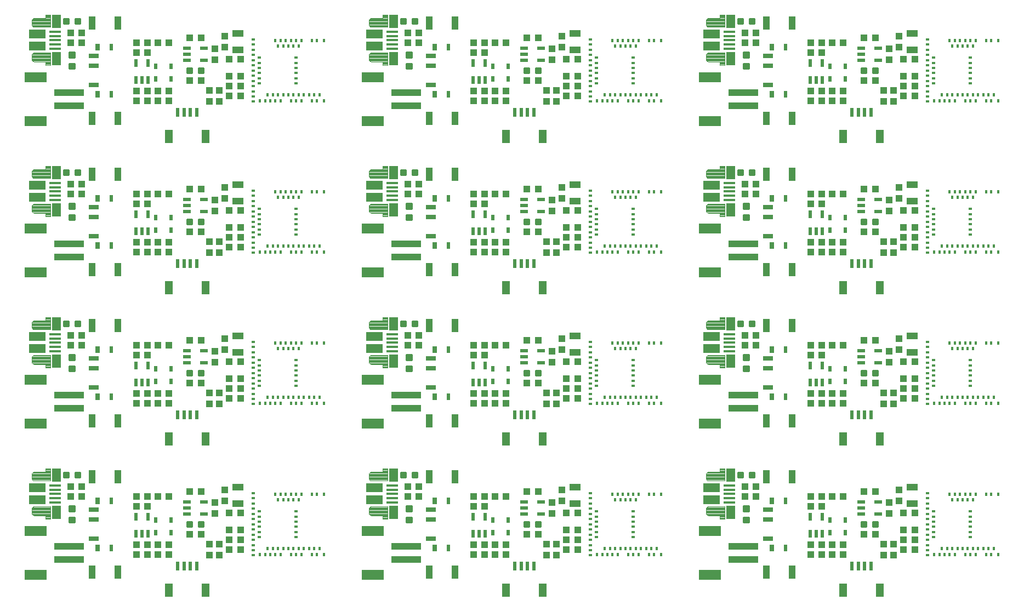
<source format=gtp>
G75*
%MOIN*%
%OFA0B0*%
%FSLAX25Y25*%
%IPPOS*%
%LPD*%
%AMOC8*
5,1,8,0,0,1.08239X$1,22.5*
%
%ADD10R,0.04331X0.03937*%
%ADD11C,0.01181*%
%ADD12R,0.05748X0.07874*%
%ADD13R,0.09843X0.05610*%
%ADD14C,0.00400*%
%ADD15C,0.00197*%
%ADD16R,0.07087X0.03937*%
%ADD17R,0.03937X0.04331*%
%ADD18R,0.01575X0.02362*%
%ADD19R,0.02362X0.01575*%
%ADD20R,0.04331X0.07874*%
%ADD21R,0.04724X0.07874*%
%ADD22R,0.02362X0.05315*%
%ADD23R,0.18110X0.03937*%
%ADD24R,0.13386X0.06299*%
%ADD25R,0.02165X0.04724*%
%ADD26R,0.02480X0.03268*%
%ADD27R,0.04724X0.02165*%
%ADD28R,0.05906X0.02756*%
%ADD29R,0.02362X0.03937*%
%ADD30R,0.03150X0.03937*%
D10*
X0115904Y0055000D03*
X0115904Y0061000D03*
X0122596Y0061000D03*
X0122596Y0055000D03*
X0128904Y0055000D03*
X0128904Y0061000D03*
X0135596Y0061000D03*
X0135596Y0055000D03*
X0148404Y0067500D03*
X0155096Y0067500D03*
X0172404Y0070000D03*
X0172404Y0064000D03*
X0179096Y0064000D03*
X0179096Y0070000D03*
X0179096Y0080500D03*
X0172404Y0080500D03*
X0155096Y0093500D03*
X0148404Y0093500D03*
X0135596Y0090500D03*
X0128904Y0090500D03*
X0122596Y0090500D03*
X0115904Y0090500D03*
X0115904Y0084500D03*
X0122596Y0084500D03*
X0082596Y0090500D03*
X0082596Y0096300D03*
X0075904Y0096300D03*
X0075904Y0090500D03*
X0115904Y0147000D03*
X0122596Y0147000D03*
X0128904Y0147000D03*
X0135596Y0147000D03*
X0135596Y0153000D03*
X0128904Y0153000D03*
X0122596Y0153000D03*
X0115904Y0153000D03*
X0148404Y0159500D03*
X0155096Y0159500D03*
X0172404Y0162000D03*
X0179096Y0162000D03*
X0179096Y0156000D03*
X0179096Y0150000D03*
X0172404Y0150000D03*
X0172404Y0156000D03*
X0172404Y0172500D03*
X0179096Y0172500D03*
X0155096Y0185500D03*
X0148404Y0185500D03*
X0135596Y0182500D03*
X0128904Y0182500D03*
X0122596Y0182500D03*
X0115904Y0182500D03*
X0115904Y0176500D03*
X0122596Y0176500D03*
X0082596Y0182500D03*
X0082596Y0188300D03*
X0075904Y0188300D03*
X0075904Y0182500D03*
X0115904Y0239000D03*
X0115904Y0245000D03*
X0122596Y0245000D03*
X0122596Y0239000D03*
X0128904Y0239000D03*
X0128904Y0245000D03*
X0135596Y0245000D03*
X0135596Y0239000D03*
X0148404Y0251500D03*
X0155096Y0251500D03*
X0172404Y0254000D03*
X0179096Y0254000D03*
X0179096Y0248000D03*
X0179096Y0242000D03*
X0172404Y0242000D03*
X0172404Y0248000D03*
X0172404Y0264500D03*
X0179096Y0264500D03*
X0155096Y0277500D03*
X0148404Y0277500D03*
X0135596Y0274500D03*
X0128904Y0274500D03*
X0122596Y0274500D03*
X0122596Y0268500D03*
X0115904Y0268500D03*
X0115904Y0274500D03*
X0082596Y0274500D03*
X0075904Y0274500D03*
X0075904Y0280300D03*
X0082596Y0280300D03*
X0115904Y0331000D03*
X0115904Y0337000D03*
X0122596Y0337000D03*
X0122596Y0331000D03*
X0128904Y0331000D03*
X0128904Y0337000D03*
X0135596Y0337000D03*
X0135596Y0331000D03*
X0148404Y0343500D03*
X0155096Y0343500D03*
X0172404Y0346000D03*
X0172404Y0340000D03*
X0179096Y0340000D03*
X0179096Y0346000D03*
X0179096Y0356500D03*
X0172404Y0356500D03*
X0155096Y0369500D03*
X0148404Y0369500D03*
X0135596Y0366500D03*
X0128904Y0366500D03*
X0122596Y0366500D03*
X0122596Y0360500D03*
X0115904Y0360500D03*
X0115904Y0366500D03*
X0082596Y0366500D03*
X0075904Y0366500D03*
X0075904Y0372300D03*
X0082596Y0372300D03*
X0172404Y0334000D03*
X0179096Y0334000D03*
X0280904Y0366500D03*
X0287596Y0366500D03*
X0287596Y0372300D03*
X0280904Y0372300D03*
X0320904Y0366500D03*
X0320904Y0360500D03*
X0327596Y0360500D03*
X0327596Y0366500D03*
X0333904Y0366500D03*
X0340596Y0366500D03*
X0353404Y0369500D03*
X0360096Y0369500D03*
X0377404Y0356500D03*
X0384096Y0356500D03*
X0384096Y0346000D03*
X0384096Y0340000D03*
X0377404Y0340000D03*
X0377404Y0346000D03*
X0360096Y0343500D03*
X0353404Y0343500D03*
X0340596Y0337000D03*
X0340596Y0331000D03*
X0333904Y0331000D03*
X0333904Y0337000D03*
X0327596Y0337000D03*
X0327596Y0331000D03*
X0320904Y0331000D03*
X0320904Y0337000D03*
X0377404Y0334000D03*
X0384096Y0334000D03*
X0360096Y0277500D03*
X0353404Y0277500D03*
X0340596Y0274500D03*
X0333904Y0274500D03*
X0327596Y0274500D03*
X0327596Y0268500D03*
X0320904Y0268500D03*
X0320904Y0274500D03*
X0287596Y0274500D03*
X0280904Y0274500D03*
X0280904Y0280300D03*
X0287596Y0280300D03*
X0320904Y0245000D03*
X0320904Y0239000D03*
X0327596Y0239000D03*
X0327596Y0245000D03*
X0333904Y0245000D03*
X0333904Y0239000D03*
X0340596Y0239000D03*
X0340596Y0245000D03*
X0353404Y0251500D03*
X0360096Y0251500D03*
X0377404Y0254000D03*
X0384096Y0254000D03*
X0384096Y0248000D03*
X0384096Y0242000D03*
X0377404Y0242000D03*
X0377404Y0248000D03*
X0377404Y0264500D03*
X0384096Y0264500D03*
X0485904Y0274500D03*
X0492596Y0274500D03*
X0492596Y0280300D03*
X0485904Y0280300D03*
X0525904Y0274500D03*
X0525904Y0268500D03*
X0532596Y0268500D03*
X0532596Y0274500D03*
X0538904Y0274500D03*
X0545596Y0274500D03*
X0558404Y0277500D03*
X0565096Y0277500D03*
X0582404Y0264500D03*
X0589096Y0264500D03*
X0589096Y0254000D03*
X0582404Y0254000D03*
X0582404Y0248000D03*
X0582404Y0242000D03*
X0589096Y0242000D03*
X0589096Y0248000D03*
X0565096Y0251500D03*
X0558404Y0251500D03*
X0545596Y0245000D03*
X0545596Y0239000D03*
X0538904Y0239000D03*
X0538904Y0245000D03*
X0532596Y0245000D03*
X0532596Y0239000D03*
X0525904Y0239000D03*
X0525904Y0245000D03*
X0492596Y0188300D03*
X0492596Y0182500D03*
X0485904Y0182500D03*
X0485904Y0188300D03*
X0525904Y0182500D03*
X0532596Y0182500D03*
X0538904Y0182500D03*
X0545596Y0182500D03*
X0558404Y0185500D03*
X0565096Y0185500D03*
X0582404Y0172500D03*
X0589096Y0172500D03*
X0589096Y0162000D03*
X0582404Y0162000D03*
X0582404Y0156000D03*
X0582404Y0150000D03*
X0589096Y0150000D03*
X0589096Y0156000D03*
X0565096Y0159500D03*
X0558404Y0159500D03*
X0545596Y0153000D03*
X0538904Y0153000D03*
X0532596Y0153000D03*
X0525904Y0153000D03*
X0525904Y0147000D03*
X0532596Y0147000D03*
X0538904Y0147000D03*
X0545596Y0147000D03*
X0532596Y0176500D03*
X0525904Y0176500D03*
X0384096Y0172500D03*
X0377404Y0172500D03*
X0377404Y0162000D03*
X0384096Y0162000D03*
X0384096Y0156000D03*
X0384096Y0150000D03*
X0377404Y0150000D03*
X0377404Y0156000D03*
X0360096Y0159500D03*
X0353404Y0159500D03*
X0340596Y0153000D03*
X0333904Y0153000D03*
X0327596Y0153000D03*
X0320904Y0153000D03*
X0320904Y0147000D03*
X0327596Y0147000D03*
X0333904Y0147000D03*
X0340596Y0147000D03*
X0327596Y0176500D03*
X0320904Y0176500D03*
X0320904Y0182500D03*
X0327596Y0182500D03*
X0333904Y0182500D03*
X0340596Y0182500D03*
X0353404Y0185500D03*
X0360096Y0185500D03*
X0287596Y0188300D03*
X0287596Y0182500D03*
X0280904Y0182500D03*
X0280904Y0188300D03*
X0280904Y0096300D03*
X0280904Y0090500D03*
X0287596Y0090500D03*
X0287596Y0096300D03*
X0320904Y0090500D03*
X0327596Y0090500D03*
X0333904Y0090500D03*
X0340596Y0090500D03*
X0353404Y0093500D03*
X0360096Y0093500D03*
X0377404Y0080500D03*
X0384096Y0080500D03*
X0384096Y0070000D03*
X0384096Y0064000D03*
X0377404Y0064000D03*
X0377404Y0070000D03*
X0360096Y0067500D03*
X0353404Y0067500D03*
X0340596Y0061000D03*
X0340596Y0055000D03*
X0333904Y0055000D03*
X0333904Y0061000D03*
X0327596Y0061000D03*
X0327596Y0055000D03*
X0320904Y0055000D03*
X0320904Y0061000D03*
X0320904Y0084500D03*
X0327596Y0084500D03*
X0377404Y0058000D03*
X0384096Y0058000D03*
X0485904Y0090500D03*
X0485904Y0096300D03*
X0492596Y0096300D03*
X0492596Y0090500D03*
X0525904Y0090500D03*
X0532596Y0090500D03*
X0538904Y0090500D03*
X0545596Y0090500D03*
X0558404Y0093500D03*
X0565096Y0093500D03*
X0582404Y0080500D03*
X0589096Y0080500D03*
X0589096Y0070000D03*
X0589096Y0064000D03*
X0582404Y0064000D03*
X0582404Y0070000D03*
X0565096Y0067500D03*
X0558404Y0067500D03*
X0545596Y0061000D03*
X0545596Y0055000D03*
X0538904Y0055000D03*
X0538904Y0061000D03*
X0532596Y0061000D03*
X0532596Y0055000D03*
X0525904Y0055000D03*
X0525904Y0061000D03*
X0525904Y0084500D03*
X0532596Y0084500D03*
X0582404Y0058000D03*
X0589096Y0058000D03*
X0179096Y0058000D03*
X0172404Y0058000D03*
X0525904Y0331000D03*
X0525904Y0337000D03*
X0532596Y0337000D03*
X0532596Y0331000D03*
X0538904Y0331000D03*
X0538904Y0337000D03*
X0545596Y0337000D03*
X0545596Y0331000D03*
X0558404Y0343500D03*
X0565096Y0343500D03*
X0582404Y0346000D03*
X0582404Y0340000D03*
X0589096Y0340000D03*
X0589096Y0346000D03*
X0589096Y0356500D03*
X0582404Y0356500D03*
X0565096Y0369500D03*
X0558404Y0369500D03*
X0545596Y0366500D03*
X0538904Y0366500D03*
X0532596Y0366500D03*
X0532596Y0360500D03*
X0525904Y0360500D03*
X0525904Y0366500D03*
X0492596Y0366500D03*
X0485904Y0366500D03*
X0485904Y0372300D03*
X0492596Y0372300D03*
X0582404Y0334000D03*
X0589096Y0334000D03*
D11*
X0563825Y0348122D02*
X0563825Y0350878D01*
X0566581Y0350878D01*
X0566581Y0348122D01*
X0563825Y0348122D01*
X0563825Y0349244D02*
X0566581Y0349244D01*
X0566581Y0350366D02*
X0563825Y0350366D01*
X0556919Y0350878D02*
X0556919Y0348122D01*
X0556919Y0350878D02*
X0559675Y0350878D01*
X0559675Y0348122D01*
X0556919Y0348122D01*
X0556919Y0349244D02*
X0559675Y0349244D01*
X0559675Y0350366D02*
X0556919Y0350366D01*
X0488825Y0378122D02*
X0488825Y0380878D01*
X0491581Y0380878D01*
X0491581Y0378122D01*
X0488825Y0378122D01*
X0488825Y0379244D02*
X0491581Y0379244D01*
X0491581Y0380366D02*
X0488825Y0380366D01*
X0481919Y0380878D02*
X0481919Y0378122D01*
X0481919Y0380878D02*
X0484675Y0380878D01*
X0484675Y0378122D01*
X0481919Y0378122D01*
X0481919Y0379244D02*
X0484675Y0379244D01*
X0484675Y0380366D02*
X0481919Y0380366D01*
X0485372Y0360331D02*
X0488128Y0360331D01*
X0488128Y0357575D01*
X0485372Y0357575D01*
X0485372Y0360331D01*
X0485372Y0358697D02*
X0488128Y0358697D01*
X0488128Y0359819D02*
X0485372Y0359819D01*
X0485372Y0353425D02*
X0488128Y0353425D01*
X0488128Y0350669D01*
X0485372Y0350669D01*
X0485372Y0353425D01*
X0485372Y0351791D02*
X0488128Y0351791D01*
X0488128Y0352913D02*
X0485372Y0352913D01*
X0481919Y0288878D02*
X0481919Y0286122D01*
X0481919Y0288878D02*
X0484675Y0288878D01*
X0484675Y0286122D01*
X0481919Y0286122D01*
X0481919Y0287244D02*
X0484675Y0287244D01*
X0484675Y0288366D02*
X0481919Y0288366D01*
X0488825Y0288878D02*
X0488825Y0286122D01*
X0488825Y0288878D02*
X0491581Y0288878D01*
X0491581Y0286122D01*
X0488825Y0286122D01*
X0488825Y0287244D02*
X0491581Y0287244D01*
X0491581Y0288366D02*
X0488825Y0288366D01*
X0488128Y0268331D02*
X0485372Y0268331D01*
X0488128Y0268331D02*
X0488128Y0265575D01*
X0485372Y0265575D01*
X0485372Y0268331D01*
X0485372Y0266697D02*
X0488128Y0266697D01*
X0488128Y0267819D02*
X0485372Y0267819D01*
X0485372Y0261425D02*
X0488128Y0261425D01*
X0488128Y0258669D01*
X0485372Y0258669D01*
X0485372Y0261425D01*
X0485372Y0259791D02*
X0488128Y0259791D01*
X0488128Y0260913D02*
X0485372Y0260913D01*
X0556919Y0258878D02*
X0556919Y0256122D01*
X0556919Y0258878D02*
X0559675Y0258878D01*
X0559675Y0256122D01*
X0556919Y0256122D01*
X0556919Y0257244D02*
X0559675Y0257244D01*
X0559675Y0258366D02*
X0556919Y0258366D01*
X0563825Y0258878D02*
X0563825Y0256122D01*
X0563825Y0258878D02*
X0566581Y0258878D01*
X0566581Y0256122D01*
X0563825Y0256122D01*
X0563825Y0257244D02*
X0566581Y0257244D01*
X0566581Y0258366D02*
X0563825Y0258366D01*
X0488825Y0196878D02*
X0488825Y0194122D01*
X0488825Y0196878D02*
X0491581Y0196878D01*
X0491581Y0194122D01*
X0488825Y0194122D01*
X0488825Y0195244D02*
X0491581Y0195244D01*
X0491581Y0196366D02*
X0488825Y0196366D01*
X0481919Y0196878D02*
X0481919Y0194122D01*
X0481919Y0196878D02*
X0484675Y0196878D01*
X0484675Y0194122D01*
X0481919Y0194122D01*
X0481919Y0195244D02*
X0484675Y0195244D01*
X0484675Y0196366D02*
X0481919Y0196366D01*
X0485372Y0176331D02*
X0488128Y0176331D01*
X0488128Y0173575D01*
X0485372Y0173575D01*
X0485372Y0176331D01*
X0485372Y0174697D02*
X0488128Y0174697D01*
X0488128Y0175819D02*
X0485372Y0175819D01*
X0485372Y0169425D02*
X0488128Y0169425D01*
X0488128Y0166669D01*
X0485372Y0166669D01*
X0485372Y0169425D01*
X0485372Y0167791D02*
X0488128Y0167791D01*
X0488128Y0168913D02*
X0485372Y0168913D01*
X0556919Y0166878D02*
X0556919Y0164122D01*
X0556919Y0166878D02*
X0559675Y0166878D01*
X0559675Y0164122D01*
X0556919Y0164122D01*
X0556919Y0165244D02*
X0559675Y0165244D01*
X0559675Y0166366D02*
X0556919Y0166366D01*
X0563825Y0166878D02*
X0563825Y0164122D01*
X0563825Y0166878D02*
X0566581Y0166878D01*
X0566581Y0164122D01*
X0563825Y0164122D01*
X0563825Y0165244D02*
X0566581Y0165244D01*
X0566581Y0166366D02*
X0563825Y0166366D01*
X0488825Y0104878D02*
X0488825Y0102122D01*
X0488825Y0104878D02*
X0491581Y0104878D01*
X0491581Y0102122D01*
X0488825Y0102122D01*
X0488825Y0103244D02*
X0491581Y0103244D01*
X0491581Y0104366D02*
X0488825Y0104366D01*
X0481919Y0104878D02*
X0481919Y0102122D01*
X0481919Y0104878D02*
X0484675Y0104878D01*
X0484675Y0102122D01*
X0481919Y0102122D01*
X0481919Y0103244D02*
X0484675Y0103244D01*
X0484675Y0104366D02*
X0481919Y0104366D01*
X0485372Y0084331D02*
X0488128Y0084331D01*
X0488128Y0081575D01*
X0485372Y0081575D01*
X0485372Y0084331D01*
X0485372Y0082697D02*
X0488128Y0082697D01*
X0488128Y0083819D02*
X0485372Y0083819D01*
X0485372Y0077425D02*
X0488128Y0077425D01*
X0488128Y0074669D01*
X0485372Y0074669D01*
X0485372Y0077425D01*
X0485372Y0075791D02*
X0488128Y0075791D01*
X0488128Y0076913D02*
X0485372Y0076913D01*
X0556919Y0074878D02*
X0556919Y0072122D01*
X0556919Y0074878D02*
X0559675Y0074878D01*
X0559675Y0072122D01*
X0556919Y0072122D01*
X0556919Y0073244D02*
X0559675Y0073244D01*
X0559675Y0074366D02*
X0556919Y0074366D01*
X0563825Y0074878D02*
X0563825Y0072122D01*
X0563825Y0074878D02*
X0566581Y0074878D01*
X0566581Y0072122D01*
X0563825Y0072122D01*
X0563825Y0073244D02*
X0566581Y0073244D01*
X0566581Y0074366D02*
X0563825Y0074366D01*
X0358825Y0074878D02*
X0358825Y0072122D01*
X0358825Y0074878D02*
X0361581Y0074878D01*
X0361581Y0072122D01*
X0358825Y0072122D01*
X0358825Y0073244D02*
X0361581Y0073244D01*
X0361581Y0074366D02*
X0358825Y0074366D01*
X0351919Y0074878D02*
X0351919Y0072122D01*
X0351919Y0074878D02*
X0354675Y0074878D01*
X0354675Y0072122D01*
X0351919Y0072122D01*
X0351919Y0073244D02*
X0354675Y0073244D01*
X0354675Y0074366D02*
X0351919Y0074366D01*
X0283825Y0102122D02*
X0283825Y0104878D01*
X0286581Y0104878D01*
X0286581Y0102122D01*
X0283825Y0102122D01*
X0283825Y0103244D02*
X0286581Y0103244D01*
X0286581Y0104366D02*
X0283825Y0104366D01*
X0276919Y0104878D02*
X0276919Y0102122D01*
X0276919Y0104878D02*
X0279675Y0104878D01*
X0279675Y0102122D01*
X0276919Y0102122D01*
X0276919Y0103244D02*
X0279675Y0103244D01*
X0279675Y0104366D02*
X0276919Y0104366D01*
X0280372Y0084331D02*
X0283128Y0084331D01*
X0283128Y0081575D01*
X0280372Y0081575D01*
X0280372Y0084331D01*
X0280372Y0082697D02*
X0283128Y0082697D01*
X0283128Y0083819D02*
X0280372Y0083819D01*
X0280372Y0077425D02*
X0283128Y0077425D01*
X0283128Y0074669D01*
X0280372Y0074669D01*
X0280372Y0077425D01*
X0280372Y0075791D02*
X0283128Y0075791D01*
X0283128Y0076913D02*
X0280372Y0076913D01*
X0153825Y0074878D02*
X0153825Y0072122D01*
X0153825Y0074878D02*
X0156581Y0074878D01*
X0156581Y0072122D01*
X0153825Y0072122D01*
X0153825Y0073244D02*
X0156581Y0073244D01*
X0156581Y0074366D02*
X0153825Y0074366D01*
X0146919Y0074878D02*
X0146919Y0072122D01*
X0146919Y0074878D02*
X0149675Y0074878D01*
X0149675Y0072122D01*
X0146919Y0072122D01*
X0146919Y0073244D02*
X0149675Y0073244D01*
X0149675Y0074366D02*
X0146919Y0074366D01*
X0078128Y0077425D02*
X0075372Y0077425D01*
X0078128Y0077425D02*
X0078128Y0074669D01*
X0075372Y0074669D01*
X0075372Y0077425D01*
X0075372Y0075791D02*
X0078128Y0075791D01*
X0078128Y0076913D02*
X0075372Y0076913D01*
X0075372Y0084331D02*
X0078128Y0084331D01*
X0078128Y0081575D01*
X0075372Y0081575D01*
X0075372Y0084331D01*
X0075372Y0082697D02*
X0078128Y0082697D01*
X0078128Y0083819D02*
X0075372Y0083819D01*
X0071919Y0102122D02*
X0071919Y0104878D01*
X0074675Y0104878D01*
X0074675Y0102122D01*
X0071919Y0102122D01*
X0071919Y0103244D02*
X0074675Y0103244D01*
X0074675Y0104366D02*
X0071919Y0104366D01*
X0078825Y0104878D02*
X0078825Y0102122D01*
X0078825Y0104878D02*
X0081581Y0104878D01*
X0081581Y0102122D01*
X0078825Y0102122D01*
X0078825Y0103244D02*
X0081581Y0103244D01*
X0081581Y0104366D02*
X0078825Y0104366D01*
X0078128Y0169425D02*
X0075372Y0169425D01*
X0078128Y0169425D02*
X0078128Y0166669D01*
X0075372Y0166669D01*
X0075372Y0169425D01*
X0075372Y0167791D02*
X0078128Y0167791D01*
X0078128Y0168913D02*
X0075372Y0168913D01*
X0075372Y0176331D02*
X0078128Y0176331D01*
X0078128Y0173575D01*
X0075372Y0173575D01*
X0075372Y0176331D01*
X0075372Y0174697D02*
X0078128Y0174697D01*
X0078128Y0175819D02*
X0075372Y0175819D01*
X0071919Y0194122D02*
X0071919Y0196878D01*
X0074675Y0196878D01*
X0074675Y0194122D01*
X0071919Y0194122D01*
X0071919Y0195244D02*
X0074675Y0195244D01*
X0074675Y0196366D02*
X0071919Y0196366D01*
X0078825Y0196878D02*
X0078825Y0194122D01*
X0078825Y0196878D02*
X0081581Y0196878D01*
X0081581Y0194122D01*
X0078825Y0194122D01*
X0078825Y0195244D02*
X0081581Y0195244D01*
X0081581Y0196366D02*
X0078825Y0196366D01*
X0146919Y0166878D02*
X0146919Y0164122D01*
X0146919Y0166878D02*
X0149675Y0166878D01*
X0149675Y0164122D01*
X0146919Y0164122D01*
X0146919Y0165244D02*
X0149675Y0165244D01*
X0149675Y0166366D02*
X0146919Y0166366D01*
X0153825Y0166878D02*
X0153825Y0164122D01*
X0153825Y0166878D02*
X0156581Y0166878D01*
X0156581Y0164122D01*
X0153825Y0164122D01*
X0153825Y0165244D02*
X0156581Y0165244D01*
X0156581Y0166366D02*
X0153825Y0166366D01*
X0276919Y0194122D02*
X0276919Y0196878D01*
X0279675Y0196878D01*
X0279675Y0194122D01*
X0276919Y0194122D01*
X0276919Y0195244D02*
X0279675Y0195244D01*
X0279675Y0196366D02*
X0276919Y0196366D01*
X0283825Y0196878D02*
X0283825Y0194122D01*
X0283825Y0196878D02*
X0286581Y0196878D01*
X0286581Y0194122D01*
X0283825Y0194122D01*
X0283825Y0195244D02*
X0286581Y0195244D01*
X0286581Y0196366D02*
X0283825Y0196366D01*
X0283128Y0176331D02*
X0280372Y0176331D01*
X0283128Y0176331D02*
X0283128Y0173575D01*
X0280372Y0173575D01*
X0280372Y0176331D01*
X0280372Y0174697D02*
X0283128Y0174697D01*
X0283128Y0175819D02*
X0280372Y0175819D01*
X0280372Y0169425D02*
X0283128Y0169425D01*
X0283128Y0166669D01*
X0280372Y0166669D01*
X0280372Y0169425D01*
X0280372Y0167791D02*
X0283128Y0167791D01*
X0283128Y0168913D02*
X0280372Y0168913D01*
X0351919Y0166878D02*
X0351919Y0164122D01*
X0351919Y0166878D02*
X0354675Y0166878D01*
X0354675Y0164122D01*
X0351919Y0164122D01*
X0351919Y0165244D02*
X0354675Y0165244D01*
X0354675Y0166366D02*
X0351919Y0166366D01*
X0358825Y0166878D02*
X0358825Y0164122D01*
X0358825Y0166878D02*
X0361581Y0166878D01*
X0361581Y0164122D01*
X0358825Y0164122D01*
X0358825Y0165244D02*
X0361581Y0165244D01*
X0361581Y0166366D02*
X0358825Y0166366D01*
X0358825Y0256122D02*
X0358825Y0258878D01*
X0361581Y0258878D01*
X0361581Y0256122D01*
X0358825Y0256122D01*
X0358825Y0257244D02*
X0361581Y0257244D01*
X0361581Y0258366D02*
X0358825Y0258366D01*
X0351919Y0258878D02*
X0351919Y0256122D01*
X0351919Y0258878D02*
X0354675Y0258878D01*
X0354675Y0256122D01*
X0351919Y0256122D01*
X0351919Y0257244D02*
X0354675Y0257244D01*
X0354675Y0258366D02*
X0351919Y0258366D01*
X0283825Y0286122D02*
X0283825Y0288878D01*
X0286581Y0288878D01*
X0286581Y0286122D01*
X0283825Y0286122D01*
X0283825Y0287244D02*
X0286581Y0287244D01*
X0286581Y0288366D02*
X0283825Y0288366D01*
X0276919Y0288878D02*
X0276919Y0286122D01*
X0276919Y0288878D02*
X0279675Y0288878D01*
X0279675Y0286122D01*
X0276919Y0286122D01*
X0276919Y0287244D02*
X0279675Y0287244D01*
X0279675Y0288366D02*
X0276919Y0288366D01*
X0280372Y0268331D02*
X0283128Y0268331D01*
X0283128Y0265575D01*
X0280372Y0265575D01*
X0280372Y0268331D01*
X0280372Y0266697D02*
X0283128Y0266697D01*
X0283128Y0267819D02*
X0280372Y0267819D01*
X0280372Y0261425D02*
X0283128Y0261425D01*
X0283128Y0258669D01*
X0280372Y0258669D01*
X0280372Y0261425D01*
X0280372Y0259791D02*
X0283128Y0259791D01*
X0283128Y0260913D02*
X0280372Y0260913D01*
X0153825Y0258878D02*
X0153825Y0256122D01*
X0153825Y0258878D02*
X0156581Y0258878D01*
X0156581Y0256122D01*
X0153825Y0256122D01*
X0153825Y0257244D02*
X0156581Y0257244D01*
X0156581Y0258366D02*
X0153825Y0258366D01*
X0146919Y0258878D02*
X0146919Y0256122D01*
X0146919Y0258878D02*
X0149675Y0258878D01*
X0149675Y0256122D01*
X0146919Y0256122D01*
X0146919Y0257244D02*
X0149675Y0257244D01*
X0149675Y0258366D02*
X0146919Y0258366D01*
X0078128Y0261425D02*
X0075372Y0261425D01*
X0078128Y0261425D02*
X0078128Y0258669D01*
X0075372Y0258669D01*
X0075372Y0261425D01*
X0075372Y0259791D02*
X0078128Y0259791D01*
X0078128Y0260913D02*
X0075372Y0260913D01*
X0075372Y0268331D02*
X0078128Y0268331D01*
X0078128Y0265575D01*
X0075372Y0265575D01*
X0075372Y0268331D01*
X0075372Y0266697D02*
X0078128Y0266697D01*
X0078128Y0267819D02*
X0075372Y0267819D01*
X0071919Y0286122D02*
X0071919Y0288878D01*
X0074675Y0288878D01*
X0074675Y0286122D01*
X0071919Y0286122D01*
X0071919Y0287244D02*
X0074675Y0287244D01*
X0074675Y0288366D02*
X0071919Y0288366D01*
X0078825Y0288878D02*
X0078825Y0286122D01*
X0078825Y0288878D02*
X0081581Y0288878D01*
X0081581Y0286122D01*
X0078825Y0286122D01*
X0078825Y0287244D02*
X0081581Y0287244D01*
X0081581Y0288366D02*
X0078825Y0288366D01*
X0146919Y0348122D02*
X0146919Y0350878D01*
X0149675Y0350878D01*
X0149675Y0348122D01*
X0146919Y0348122D01*
X0146919Y0349244D02*
X0149675Y0349244D01*
X0149675Y0350366D02*
X0146919Y0350366D01*
X0153825Y0350878D02*
X0153825Y0348122D01*
X0153825Y0350878D02*
X0156581Y0350878D01*
X0156581Y0348122D01*
X0153825Y0348122D01*
X0153825Y0349244D02*
X0156581Y0349244D01*
X0156581Y0350366D02*
X0153825Y0350366D01*
X0078128Y0353425D02*
X0075372Y0353425D01*
X0078128Y0353425D02*
X0078128Y0350669D01*
X0075372Y0350669D01*
X0075372Y0353425D01*
X0075372Y0351791D02*
X0078128Y0351791D01*
X0078128Y0352913D02*
X0075372Y0352913D01*
X0075372Y0360331D02*
X0078128Y0360331D01*
X0078128Y0357575D01*
X0075372Y0357575D01*
X0075372Y0360331D01*
X0075372Y0358697D02*
X0078128Y0358697D01*
X0078128Y0359819D02*
X0075372Y0359819D01*
X0071919Y0378122D02*
X0071919Y0380878D01*
X0074675Y0380878D01*
X0074675Y0378122D01*
X0071919Y0378122D01*
X0071919Y0379244D02*
X0074675Y0379244D01*
X0074675Y0380366D02*
X0071919Y0380366D01*
X0078825Y0380878D02*
X0078825Y0378122D01*
X0078825Y0380878D02*
X0081581Y0380878D01*
X0081581Y0378122D01*
X0078825Y0378122D01*
X0078825Y0379244D02*
X0081581Y0379244D01*
X0081581Y0380366D02*
X0078825Y0380366D01*
X0276919Y0380878D02*
X0276919Y0378122D01*
X0276919Y0380878D02*
X0279675Y0380878D01*
X0279675Y0378122D01*
X0276919Y0378122D01*
X0276919Y0379244D02*
X0279675Y0379244D01*
X0279675Y0380366D02*
X0276919Y0380366D01*
X0283825Y0380878D02*
X0283825Y0378122D01*
X0283825Y0380878D02*
X0286581Y0380878D01*
X0286581Y0378122D01*
X0283825Y0378122D01*
X0283825Y0379244D02*
X0286581Y0379244D01*
X0286581Y0380366D02*
X0283825Y0380366D01*
X0283128Y0360331D02*
X0280372Y0360331D01*
X0283128Y0360331D02*
X0283128Y0357575D01*
X0280372Y0357575D01*
X0280372Y0360331D01*
X0280372Y0358697D02*
X0283128Y0358697D01*
X0283128Y0359819D02*
X0280372Y0359819D01*
X0280372Y0353425D02*
X0283128Y0353425D01*
X0283128Y0350669D01*
X0280372Y0350669D01*
X0280372Y0353425D01*
X0280372Y0351791D02*
X0283128Y0351791D01*
X0283128Y0352913D02*
X0280372Y0352913D01*
X0351919Y0350878D02*
X0351919Y0348122D01*
X0351919Y0350878D02*
X0354675Y0350878D01*
X0354675Y0348122D01*
X0351919Y0348122D01*
X0351919Y0349244D02*
X0354675Y0349244D01*
X0354675Y0350366D02*
X0351919Y0350366D01*
X0358825Y0350878D02*
X0358825Y0348122D01*
X0358825Y0350878D02*
X0361581Y0350878D01*
X0361581Y0348122D01*
X0358825Y0348122D01*
X0358825Y0349244D02*
X0361581Y0349244D01*
X0361581Y0350366D02*
X0358825Y0350366D01*
D12*
X0272333Y0356683D03*
X0272333Y0379517D03*
X0272333Y0287517D03*
X0272333Y0264683D03*
X0272333Y0195517D03*
X0272333Y0172683D03*
X0272333Y0103517D03*
X0272333Y0080683D03*
X0477333Y0080683D03*
X0477333Y0103517D03*
X0477333Y0172683D03*
X0477333Y0195517D03*
X0477333Y0264683D03*
X0477333Y0287517D03*
X0477333Y0356683D03*
X0477333Y0379517D03*
X0067333Y0379517D03*
X0067333Y0356683D03*
X0067333Y0287517D03*
X0067333Y0264683D03*
X0067333Y0195517D03*
X0067333Y0172683D03*
X0067333Y0103517D03*
X0067333Y0080683D03*
D13*
X0055719Y0088311D03*
X0055719Y0095889D03*
X0055719Y0180311D03*
X0055719Y0187889D03*
X0055719Y0272311D03*
X0055719Y0279889D03*
X0055719Y0364311D03*
X0055719Y0371889D03*
X0260719Y0371889D03*
X0260719Y0364311D03*
X0260719Y0279889D03*
X0260719Y0272311D03*
X0260719Y0187889D03*
X0260719Y0180311D03*
X0260719Y0095889D03*
X0260719Y0088311D03*
X0465719Y0088311D03*
X0465719Y0095889D03*
X0465719Y0180311D03*
X0465719Y0187889D03*
X0465719Y0272311D03*
X0465719Y0279889D03*
X0465719Y0364311D03*
X0465719Y0371889D03*
D14*
X0463690Y0375957D02*
X0463401Y0375989D01*
X0463126Y0376086D01*
X0462880Y0376240D01*
X0462674Y0376446D01*
X0462519Y0376693D01*
X0462423Y0376968D01*
X0462390Y0377257D01*
X0462390Y0380157D01*
X0462420Y0380424D01*
X0462509Y0380677D01*
X0462652Y0380905D01*
X0462842Y0381095D01*
X0463070Y0381238D01*
X0463323Y0381327D01*
X0463590Y0381357D01*
X0470490Y0381357D01*
X0470528Y0381364D01*
X0470561Y0381386D01*
X0470583Y0381419D01*
X0470590Y0381457D01*
X0470590Y0383357D01*
X0473690Y0383357D01*
X0473690Y0375957D01*
X0463690Y0375957D01*
X0463365Y0376002D02*
X0473690Y0376002D01*
X0473690Y0376400D02*
X0462720Y0376400D01*
X0462482Y0376799D02*
X0473690Y0376799D01*
X0473690Y0377197D02*
X0462397Y0377197D01*
X0462390Y0377596D02*
X0473690Y0377596D01*
X0473690Y0377994D02*
X0462390Y0377994D01*
X0462390Y0378393D02*
X0473690Y0378393D01*
X0473690Y0378791D02*
X0462390Y0378791D01*
X0462390Y0379190D02*
X0473690Y0379190D01*
X0473690Y0379588D02*
X0462390Y0379588D01*
X0462390Y0379987D02*
X0473690Y0379987D01*
X0473690Y0380385D02*
X0462416Y0380385D01*
X0462576Y0380784D02*
X0473690Y0380784D01*
X0473690Y0381183D02*
X0462981Y0381183D01*
X0470590Y0381581D02*
X0473690Y0381581D01*
X0473690Y0381980D02*
X0470590Y0381980D01*
X0470590Y0382378D02*
X0473690Y0382378D01*
X0473690Y0382777D02*
X0470590Y0382777D01*
X0470590Y0383175D02*
X0473690Y0383175D01*
X0473690Y0360294D02*
X0463690Y0360294D01*
X0463401Y0360261D01*
X0463126Y0360165D01*
X0462880Y0360010D01*
X0462674Y0359804D01*
X0462519Y0359558D01*
X0462423Y0359283D01*
X0462390Y0358994D01*
X0462390Y0356094D01*
X0462420Y0355827D01*
X0462509Y0355573D01*
X0462652Y0355346D01*
X0462842Y0355155D01*
X0463070Y0355013D01*
X0463323Y0354924D01*
X0463590Y0354894D01*
X0470490Y0354894D01*
X0470528Y0354886D01*
X0470561Y0354864D01*
X0470583Y0354832D01*
X0470590Y0354794D01*
X0470590Y0352894D01*
X0473690Y0352894D01*
X0473690Y0360294D01*
X0473690Y0360061D02*
X0462961Y0360061D01*
X0462585Y0359663D02*
X0473690Y0359663D01*
X0473690Y0359264D02*
X0462421Y0359264D01*
X0462390Y0358866D02*
X0473690Y0358866D01*
X0473690Y0358467D02*
X0462390Y0358467D01*
X0462390Y0358069D02*
X0473690Y0358069D01*
X0473690Y0357670D02*
X0462390Y0357670D01*
X0462390Y0357272D02*
X0473690Y0357272D01*
X0473690Y0356873D02*
X0462390Y0356873D01*
X0462390Y0356475D02*
X0473690Y0356475D01*
X0473690Y0356076D02*
X0462392Y0356076D01*
X0462472Y0355678D02*
X0473690Y0355678D01*
X0473690Y0355279D02*
X0462718Y0355279D01*
X0470536Y0354881D02*
X0473690Y0354881D01*
X0473690Y0354482D02*
X0470590Y0354482D01*
X0470590Y0354084D02*
X0473690Y0354084D01*
X0473690Y0353685D02*
X0470590Y0353685D01*
X0470590Y0353287D02*
X0473690Y0353287D01*
X0473690Y0291357D02*
X0470590Y0291357D01*
X0470590Y0289457D01*
X0470583Y0289419D01*
X0470561Y0289386D01*
X0470528Y0289364D01*
X0470490Y0289357D01*
X0463590Y0289357D01*
X0463323Y0289327D01*
X0463070Y0289238D01*
X0462842Y0289095D01*
X0462652Y0288905D01*
X0462509Y0288677D01*
X0462420Y0288424D01*
X0462390Y0288157D01*
X0462390Y0285257D01*
X0462423Y0284968D01*
X0462519Y0284693D01*
X0462674Y0284446D01*
X0462880Y0284240D01*
X0463126Y0284086D01*
X0463401Y0283989D01*
X0463690Y0283957D01*
X0473690Y0283957D01*
X0473690Y0291357D01*
X0473690Y0291119D02*
X0470590Y0291119D01*
X0470590Y0290720D02*
X0473690Y0290720D01*
X0473690Y0290322D02*
X0470590Y0290322D01*
X0470590Y0289923D02*
X0473690Y0289923D01*
X0473690Y0289525D02*
X0470590Y0289525D01*
X0473690Y0289126D02*
X0462892Y0289126D01*
X0462541Y0288728D02*
X0473690Y0288728D01*
X0473690Y0288329D02*
X0462410Y0288329D01*
X0462390Y0287931D02*
X0473690Y0287931D01*
X0473690Y0287532D02*
X0462390Y0287532D01*
X0462390Y0287134D02*
X0473690Y0287134D01*
X0473690Y0286735D02*
X0462390Y0286735D01*
X0462390Y0286337D02*
X0473690Y0286337D01*
X0473690Y0285938D02*
X0462390Y0285938D01*
X0462390Y0285540D02*
X0473690Y0285540D01*
X0473690Y0285141D02*
X0462403Y0285141D01*
X0462501Y0284743D02*
X0473690Y0284743D01*
X0473690Y0284344D02*
X0462776Y0284344D01*
X0463690Y0268294D02*
X0463401Y0268261D01*
X0463126Y0268165D01*
X0462880Y0268010D01*
X0462674Y0267804D01*
X0462519Y0267558D01*
X0462423Y0267283D01*
X0462390Y0266994D01*
X0462390Y0264094D01*
X0462420Y0263827D01*
X0462509Y0263573D01*
X0462652Y0263346D01*
X0462842Y0263155D01*
X0463070Y0263013D01*
X0463323Y0262924D01*
X0463590Y0262894D01*
X0470490Y0262894D01*
X0470528Y0262886D01*
X0470561Y0262864D01*
X0470583Y0262832D01*
X0470590Y0262794D01*
X0470590Y0260894D01*
X0473690Y0260894D01*
X0473690Y0268294D01*
X0463690Y0268294D01*
X0462875Y0268005D02*
X0473690Y0268005D01*
X0473690Y0267607D02*
X0462550Y0267607D01*
X0462414Y0267208D02*
X0473690Y0267208D01*
X0473690Y0266810D02*
X0462390Y0266810D01*
X0462390Y0266411D02*
X0473690Y0266411D01*
X0473690Y0266013D02*
X0462390Y0266013D01*
X0462390Y0265614D02*
X0473690Y0265614D01*
X0473690Y0265216D02*
X0462390Y0265216D01*
X0462390Y0264817D02*
X0473690Y0264817D01*
X0473690Y0264419D02*
X0462390Y0264419D01*
X0462398Y0264020D02*
X0473690Y0264020D01*
X0473690Y0263622D02*
X0462492Y0263622D01*
X0462774Y0263223D02*
X0473690Y0263223D01*
X0473690Y0262825D02*
X0470584Y0262825D01*
X0470590Y0262426D02*
X0473690Y0262426D01*
X0473690Y0262028D02*
X0470590Y0262028D01*
X0470590Y0261629D02*
X0473690Y0261629D01*
X0473690Y0261231D02*
X0470590Y0261231D01*
X0470590Y0199357D02*
X0473690Y0199357D01*
X0473690Y0191957D01*
X0463690Y0191957D01*
X0463401Y0191989D01*
X0463126Y0192086D01*
X0462880Y0192240D01*
X0462674Y0192446D01*
X0462519Y0192693D01*
X0462423Y0192968D01*
X0462390Y0193257D01*
X0462390Y0196157D01*
X0462420Y0196424D01*
X0462509Y0196677D01*
X0462652Y0196905D01*
X0462842Y0197095D01*
X0463070Y0197238D01*
X0463323Y0197327D01*
X0463590Y0197357D01*
X0470490Y0197357D01*
X0470528Y0197364D01*
X0470561Y0197386D01*
X0470583Y0197419D01*
X0470590Y0197457D01*
X0470590Y0199357D01*
X0470590Y0199063D02*
X0473690Y0199063D01*
X0473690Y0198664D02*
X0470590Y0198664D01*
X0470590Y0198266D02*
X0473690Y0198266D01*
X0473690Y0197867D02*
X0470590Y0197867D01*
X0470590Y0197469D02*
X0473690Y0197469D01*
X0473690Y0197070D02*
X0462817Y0197070D01*
X0462507Y0196672D02*
X0473690Y0196672D01*
X0473690Y0196273D02*
X0462403Y0196273D01*
X0462390Y0195875D02*
X0473690Y0195875D01*
X0473690Y0195476D02*
X0462390Y0195476D01*
X0462390Y0195078D02*
X0473690Y0195078D01*
X0473690Y0194679D02*
X0462390Y0194679D01*
X0462390Y0194281D02*
X0473690Y0194281D01*
X0473690Y0193882D02*
X0462390Y0193882D01*
X0462390Y0193484D02*
X0473690Y0193484D01*
X0473690Y0193085D02*
X0462410Y0193085D01*
X0462523Y0192687D02*
X0473690Y0192687D01*
X0473690Y0192288D02*
X0462832Y0192288D01*
X0463690Y0176294D02*
X0463401Y0176261D01*
X0463126Y0176165D01*
X0462880Y0176010D01*
X0462674Y0175804D01*
X0462519Y0175558D01*
X0462423Y0175283D01*
X0462390Y0174994D01*
X0462390Y0172094D01*
X0462420Y0171827D01*
X0462509Y0171573D01*
X0462652Y0171346D01*
X0462842Y0171155D01*
X0463070Y0171013D01*
X0463323Y0170924D01*
X0463590Y0170894D01*
X0470490Y0170894D01*
X0470528Y0170886D01*
X0470561Y0170864D01*
X0470583Y0170832D01*
X0470590Y0170794D01*
X0470590Y0168894D01*
X0473690Y0168894D01*
X0473690Y0176294D01*
X0463690Y0176294D01*
X0462819Y0175949D02*
X0473690Y0175949D01*
X0473690Y0175551D02*
X0462516Y0175551D01*
X0462408Y0175152D02*
X0473690Y0175152D01*
X0473690Y0174754D02*
X0462390Y0174754D01*
X0462390Y0174355D02*
X0473690Y0174355D01*
X0473690Y0173957D02*
X0462390Y0173957D01*
X0462390Y0173558D02*
X0473690Y0173558D01*
X0473690Y0173160D02*
X0462390Y0173160D01*
X0462390Y0172761D02*
X0473690Y0172761D01*
X0473690Y0172363D02*
X0462390Y0172363D01*
X0462405Y0171964D02*
X0473690Y0171964D01*
X0473690Y0171566D02*
X0462514Y0171566D01*
X0462830Y0171167D02*
X0473690Y0171167D01*
X0473690Y0170769D02*
X0470590Y0170769D01*
X0470590Y0170370D02*
X0473690Y0170370D01*
X0473690Y0169972D02*
X0470590Y0169972D01*
X0470590Y0169573D02*
X0473690Y0169573D01*
X0473690Y0169174D02*
X0470590Y0169174D01*
X0470590Y0107357D02*
X0473690Y0107357D01*
X0473690Y0099957D01*
X0463690Y0099957D01*
X0463401Y0099989D01*
X0463126Y0100086D01*
X0462880Y0100240D01*
X0462674Y0100446D01*
X0462519Y0100693D01*
X0462423Y0100968D01*
X0462390Y0101257D01*
X0462390Y0104157D01*
X0462420Y0104424D01*
X0462509Y0104677D01*
X0462652Y0104905D01*
X0462842Y0105095D01*
X0463070Y0105238D01*
X0463323Y0105327D01*
X0463590Y0105357D01*
X0470490Y0105357D01*
X0470528Y0105364D01*
X0470561Y0105386D01*
X0470583Y0105419D01*
X0470590Y0105457D01*
X0470590Y0107357D01*
X0470590Y0107007D02*
X0473690Y0107007D01*
X0473690Y0106608D02*
X0470590Y0106608D01*
X0470590Y0106210D02*
X0473690Y0106210D01*
X0473690Y0105811D02*
X0470590Y0105811D01*
X0470579Y0105413D02*
X0473690Y0105413D01*
X0473690Y0105014D02*
X0462761Y0105014D01*
X0462487Y0104616D02*
X0473690Y0104616D01*
X0473690Y0104217D02*
X0462397Y0104217D01*
X0462390Y0103819D02*
X0473690Y0103819D01*
X0473690Y0103420D02*
X0462390Y0103420D01*
X0462390Y0103022D02*
X0473690Y0103022D01*
X0473690Y0102623D02*
X0462390Y0102623D01*
X0462390Y0102225D02*
X0473690Y0102225D01*
X0473690Y0101826D02*
X0462390Y0101826D01*
X0462390Y0101428D02*
X0473690Y0101428D01*
X0473690Y0101029D02*
X0462416Y0101029D01*
X0462558Y0100631D02*
X0473690Y0100631D01*
X0473690Y0100232D02*
X0462893Y0100232D01*
X0463690Y0084294D02*
X0463401Y0084261D01*
X0463126Y0084165D01*
X0462880Y0084010D01*
X0462674Y0083804D01*
X0462519Y0083558D01*
X0462423Y0083283D01*
X0462390Y0082994D01*
X0462390Y0080094D01*
X0462420Y0079827D01*
X0462509Y0079573D01*
X0462652Y0079346D01*
X0462842Y0079155D01*
X0463070Y0079013D01*
X0463323Y0078924D01*
X0463590Y0078894D01*
X0470490Y0078894D01*
X0470528Y0078886D01*
X0470561Y0078864D01*
X0470583Y0078832D01*
X0470590Y0078794D01*
X0470590Y0076894D01*
X0473690Y0076894D01*
X0473690Y0084294D01*
X0463690Y0084294D01*
X0463671Y0084292D02*
X0473690Y0084292D01*
X0473690Y0083893D02*
X0462763Y0083893D01*
X0462497Y0083495D02*
X0473690Y0083495D01*
X0473690Y0083096D02*
X0462402Y0083096D01*
X0462390Y0082698D02*
X0473690Y0082698D01*
X0473690Y0082299D02*
X0462390Y0082299D01*
X0462390Y0081901D02*
X0473690Y0081901D01*
X0473690Y0081502D02*
X0462390Y0081502D01*
X0462390Y0081103D02*
X0473690Y0081103D01*
X0473690Y0080705D02*
X0462390Y0080705D01*
X0462390Y0080306D02*
X0473690Y0080306D01*
X0473690Y0079908D02*
X0462411Y0079908D01*
X0462549Y0079509D02*
X0473690Y0079509D01*
X0473690Y0079111D02*
X0462913Y0079111D01*
X0470590Y0078712D02*
X0473690Y0078712D01*
X0473690Y0078314D02*
X0470590Y0078314D01*
X0470590Y0077915D02*
X0473690Y0077915D01*
X0473690Y0077517D02*
X0470590Y0077517D01*
X0470590Y0077118D02*
X0473690Y0077118D01*
X0268690Y0077118D02*
X0265590Y0077118D01*
X0265590Y0076894D02*
X0268690Y0076894D01*
X0268690Y0084294D01*
X0258690Y0084294D01*
X0258401Y0084261D01*
X0258126Y0084165D01*
X0257880Y0084010D01*
X0257674Y0083804D01*
X0257519Y0083558D01*
X0257423Y0083283D01*
X0257390Y0082994D01*
X0257390Y0080094D01*
X0257420Y0079827D01*
X0257509Y0079573D01*
X0257652Y0079346D01*
X0257842Y0079155D01*
X0258070Y0079013D01*
X0258323Y0078924D01*
X0258590Y0078894D01*
X0265490Y0078894D01*
X0265528Y0078886D01*
X0265561Y0078864D01*
X0265583Y0078832D01*
X0265590Y0078794D01*
X0265590Y0076894D01*
X0265590Y0077517D02*
X0268690Y0077517D01*
X0268690Y0077915D02*
X0265590Y0077915D01*
X0265590Y0078314D02*
X0268690Y0078314D01*
X0268690Y0078712D02*
X0265590Y0078712D01*
X0268690Y0079111D02*
X0257913Y0079111D01*
X0257549Y0079509D02*
X0268690Y0079509D01*
X0268690Y0079908D02*
X0257411Y0079908D01*
X0257390Y0080306D02*
X0268690Y0080306D01*
X0268690Y0080705D02*
X0257390Y0080705D01*
X0257390Y0081103D02*
X0268690Y0081103D01*
X0268690Y0081502D02*
X0257390Y0081502D01*
X0257390Y0081901D02*
X0268690Y0081901D01*
X0268690Y0082299D02*
X0257390Y0082299D01*
X0257390Y0082698D02*
X0268690Y0082698D01*
X0268690Y0083096D02*
X0257402Y0083096D01*
X0257497Y0083495D02*
X0268690Y0083495D01*
X0268690Y0083893D02*
X0257763Y0083893D01*
X0258671Y0084292D02*
X0268690Y0084292D01*
X0268690Y0099957D02*
X0258690Y0099957D01*
X0258401Y0099989D01*
X0258126Y0100086D01*
X0257880Y0100240D01*
X0257674Y0100446D01*
X0257519Y0100693D01*
X0257423Y0100968D01*
X0257390Y0101257D01*
X0257390Y0104157D01*
X0257420Y0104424D01*
X0257509Y0104677D01*
X0257652Y0104905D01*
X0257842Y0105095D01*
X0258070Y0105238D01*
X0258323Y0105327D01*
X0258590Y0105357D01*
X0265490Y0105357D01*
X0265528Y0105364D01*
X0265561Y0105386D01*
X0265583Y0105419D01*
X0265590Y0105457D01*
X0265590Y0107357D01*
X0268690Y0107357D01*
X0268690Y0099957D01*
X0268690Y0100232D02*
X0257893Y0100232D01*
X0257558Y0100631D02*
X0268690Y0100631D01*
X0268690Y0101029D02*
X0257416Y0101029D01*
X0257390Y0101428D02*
X0268690Y0101428D01*
X0268690Y0101826D02*
X0257390Y0101826D01*
X0257390Y0102225D02*
X0268690Y0102225D01*
X0268690Y0102623D02*
X0257390Y0102623D01*
X0257390Y0103022D02*
X0268690Y0103022D01*
X0268690Y0103420D02*
X0257390Y0103420D01*
X0257390Y0103819D02*
X0268690Y0103819D01*
X0268690Y0104217D02*
X0257397Y0104217D01*
X0257487Y0104616D02*
X0268690Y0104616D01*
X0268690Y0105014D02*
X0257761Y0105014D01*
X0265579Y0105413D02*
X0268690Y0105413D01*
X0268690Y0105811D02*
X0265590Y0105811D01*
X0265590Y0106210D02*
X0268690Y0106210D01*
X0268690Y0106608D02*
X0265590Y0106608D01*
X0265590Y0107007D02*
X0268690Y0107007D01*
X0268690Y0168894D02*
X0265590Y0168894D01*
X0265590Y0170794D01*
X0265583Y0170832D01*
X0265561Y0170864D01*
X0265528Y0170886D01*
X0265490Y0170894D01*
X0258590Y0170894D01*
X0258323Y0170924D01*
X0258070Y0171013D01*
X0257842Y0171155D01*
X0257652Y0171346D01*
X0257509Y0171573D01*
X0257420Y0171827D01*
X0257390Y0172094D01*
X0257390Y0174994D01*
X0257423Y0175283D01*
X0257519Y0175558D01*
X0257674Y0175804D01*
X0257880Y0176010D01*
X0258126Y0176165D01*
X0258401Y0176261D01*
X0258690Y0176294D01*
X0268690Y0176294D01*
X0268690Y0168894D01*
X0268690Y0169174D02*
X0265590Y0169174D01*
X0265590Y0169573D02*
X0268690Y0169573D01*
X0268690Y0169972D02*
X0265590Y0169972D01*
X0265590Y0170370D02*
X0268690Y0170370D01*
X0268690Y0170769D02*
X0265590Y0170769D01*
X0268690Y0171167D02*
X0257830Y0171167D01*
X0257514Y0171566D02*
X0268690Y0171566D01*
X0268690Y0171964D02*
X0257405Y0171964D01*
X0257390Y0172363D02*
X0268690Y0172363D01*
X0268690Y0172761D02*
X0257390Y0172761D01*
X0257390Y0173160D02*
X0268690Y0173160D01*
X0268690Y0173558D02*
X0257390Y0173558D01*
X0257390Y0173957D02*
X0268690Y0173957D01*
X0268690Y0174355D02*
X0257390Y0174355D01*
X0257390Y0174754D02*
X0268690Y0174754D01*
X0268690Y0175152D02*
X0257408Y0175152D01*
X0257516Y0175551D02*
X0268690Y0175551D01*
X0268690Y0175949D02*
X0257819Y0175949D01*
X0258690Y0191957D02*
X0258401Y0191989D01*
X0258126Y0192086D01*
X0257880Y0192240D01*
X0257674Y0192446D01*
X0257519Y0192693D01*
X0257423Y0192968D01*
X0257390Y0193257D01*
X0257390Y0196157D01*
X0257420Y0196424D01*
X0257509Y0196677D01*
X0257652Y0196905D01*
X0257842Y0197095D01*
X0258070Y0197238D01*
X0258323Y0197327D01*
X0258590Y0197357D01*
X0265490Y0197357D01*
X0265528Y0197364D01*
X0265561Y0197386D01*
X0265583Y0197419D01*
X0265590Y0197457D01*
X0265590Y0199357D01*
X0268690Y0199357D01*
X0268690Y0191957D01*
X0258690Y0191957D01*
X0257832Y0192288D02*
X0268690Y0192288D01*
X0268690Y0192687D02*
X0257523Y0192687D01*
X0257410Y0193085D02*
X0268690Y0193085D01*
X0268690Y0193484D02*
X0257390Y0193484D01*
X0257390Y0193882D02*
X0268690Y0193882D01*
X0268690Y0194281D02*
X0257390Y0194281D01*
X0257390Y0194679D02*
X0268690Y0194679D01*
X0268690Y0195078D02*
X0257390Y0195078D01*
X0257390Y0195476D02*
X0268690Y0195476D01*
X0268690Y0195875D02*
X0257390Y0195875D01*
X0257403Y0196273D02*
X0268690Y0196273D01*
X0268690Y0196672D02*
X0257507Y0196672D01*
X0257817Y0197070D02*
X0268690Y0197070D01*
X0268690Y0197469D02*
X0265590Y0197469D01*
X0265590Y0197867D02*
X0268690Y0197867D01*
X0268690Y0198266D02*
X0265590Y0198266D01*
X0265590Y0198664D02*
X0268690Y0198664D01*
X0268690Y0199063D02*
X0265590Y0199063D01*
X0265590Y0260894D02*
X0268690Y0260894D01*
X0268690Y0268294D01*
X0258690Y0268294D01*
X0258401Y0268261D01*
X0258126Y0268165D01*
X0257880Y0268010D01*
X0257674Y0267804D01*
X0257519Y0267558D01*
X0257423Y0267283D01*
X0257390Y0266994D01*
X0257390Y0264094D01*
X0257420Y0263827D01*
X0257509Y0263573D01*
X0257652Y0263346D01*
X0257842Y0263155D01*
X0258070Y0263013D01*
X0258323Y0262924D01*
X0258590Y0262894D01*
X0265490Y0262894D01*
X0265528Y0262886D01*
X0265561Y0262864D01*
X0265583Y0262832D01*
X0265590Y0262794D01*
X0265590Y0260894D01*
X0265590Y0261231D02*
X0268690Y0261231D01*
X0268690Y0261629D02*
X0265590Y0261629D01*
X0265590Y0262028D02*
X0268690Y0262028D01*
X0268690Y0262426D02*
X0265590Y0262426D01*
X0265584Y0262825D02*
X0268690Y0262825D01*
X0268690Y0263223D02*
X0257774Y0263223D01*
X0257492Y0263622D02*
X0268690Y0263622D01*
X0268690Y0264020D02*
X0257398Y0264020D01*
X0257390Y0264419D02*
X0268690Y0264419D01*
X0268690Y0264817D02*
X0257390Y0264817D01*
X0257390Y0265216D02*
X0268690Y0265216D01*
X0268690Y0265614D02*
X0257390Y0265614D01*
X0257390Y0266013D02*
X0268690Y0266013D01*
X0268690Y0266411D02*
X0257390Y0266411D01*
X0257390Y0266810D02*
X0268690Y0266810D01*
X0268690Y0267208D02*
X0257414Y0267208D01*
X0257550Y0267607D02*
X0268690Y0267607D01*
X0268690Y0268005D02*
X0257875Y0268005D01*
X0258690Y0283957D02*
X0258401Y0283989D01*
X0258126Y0284086D01*
X0257880Y0284240D01*
X0257674Y0284446D01*
X0257519Y0284693D01*
X0257423Y0284968D01*
X0257390Y0285257D01*
X0257390Y0288157D01*
X0257420Y0288424D01*
X0257509Y0288677D01*
X0257652Y0288905D01*
X0257842Y0289095D01*
X0258070Y0289238D01*
X0258323Y0289327D01*
X0258590Y0289357D01*
X0265490Y0289357D01*
X0265528Y0289364D01*
X0265561Y0289386D01*
X0265583Y0289419D01*
X0265590Y0289457D01*
X0265590Y0291357D01*
X0268690Y0291357D01*
X0268690Y0283957D01*
X0258690Y0283957D01*
X0257776Y0284344D02*
X0268690Y0284344D01*
X0268690Y0284743D02*
X0257501Y0284743D01*
X0257403Y0285141D02*
X0268690Y0285141D01*
X0268690Y0285540D02*
X0257390Y0285540D01*
X0257390Y0285938D02*
X0268690Y0285938D01*
X0268690Y0286337D02*
X0257390Y0286337D01*
X0257390Y0286735D02*
X0268690Y0286735D01*
X0268690Y0287134D02*
X0257390Y0287134D01*
X0257390Y0287532D02*
X0268690Y0287532D01*
X0268690Y0287931D02*
X0257390Y0287931D01*
X0257410Y0288329D02*
X0268690Y0288329D01*
X0268690Y0288728D02*
X0257541Y0288728D01*
X0257892Y0289126D02*
X0268690Y0289126D01*
X0268690Y0289525D02*
X0265590Y0289525D01*
X0265590Y0289923D02*
X0268690Y0289923D01*
X0268690Y0290322D02*
X0265590Y0290322D01*
X0265590Y0290720D02*
X0268690Y0290720D01*
X0268690Y0291119D02*
X0265590Y0291119D01*
X0265590Y0352894D02*
X0268690Y0352894D01*
X0268690Y0360294D01*
X0258690Y0360294D01*
X0258401Y0360261D01*
X0258126Y0360165D01*
X0257880Y0360010D01*
X0257674Y0359804D01*
X0257519Y0359558D01*
X0257423Y0359283D01*
X0257390Y0358994D01*
X0257390Y0356094D01*
X0257420Y0355827D01*
X0257509Y0355573D01*
X0257652Y0355346D01*
X0257842Y0355155D01*
X0258070Y0355013D01*
X0258323Y0354924D01*
X0258590Y0354894D01*
X0265490Y0354894D01*
X0265528Y0354886D01*
X0265561Y0354864D01*
X0265583Y0354832D01*
X0265590Y0354794D01*
X0265590Y0352894D01*
X0265590Y0353287D02*
X0268690Y0353287D01*
X0268690Y0353685D02*
X0265590Y0353685D01*
X0265590Y0354084D02*
X0268690Y0354084D01*
X0268690Y0354482D02*
X0265590Y0354482D01*
X0265536Y0354881D02*
X0268690Y0354881D01*
X0268690Y0355279D02*
X0257718Y0355279D01*
X0257472Y0355678D02*
X0268690Y0355678D01*
X0268690Y0356076D02*
X0257392Y0356076D01*
X0257390Y0356475D02*
X0268690Y0356475D01*
X0268690Y0356873D02*
X0257390Y0356873D01*
X0257390Y0357272D02*
X0268690Y0357272D01*
X0268690Y0357670D02*
X0257390Y0357670D01*
X0257390Y0358069D02*
X0268690Y0358069D01*
X0268690Y0358467D02*
X0257390Y0358467D01*
X0257390Y0358866D02*
X0268690Y0358866D01*
X0268690Y0359264D02*
X0257421Y0359264D01*
X0257585Y0359663D02*
X0268690Y0359663D01*
X0268690Y0360061D02*
X0257961Y0360061D01*
X0258690Y0375957D02*
X0258401Y0375989D01*
X0258126Y0376086D01*
X0257880Y0376240D01*
X0257674Y0376446D01*
X0257519Y0376693D01*
X0257423Y0376968D01*
X0257390Y0377257D01*
X0257390Y0380157D01*
X0257420Y0380424D01*
X0257509Y0380677D01*
X0257652Y0380905D01*
X0257842Y0381095D01*
X0258070Y0381238D01*
X0258323Y0381327D01*
X0258590Y0381357D01*
X0265490Y0381357D01*
X0265528Y0381364D01*
X0265561Y0381386D01*
X0265583Y0381419D01*
X0265590Y0381457D01*
X0265590Y0383357D01*
X0268690Y0383357D01*
X0268690Y0375957D01*
X0258690Y0375957D01*
X0258365Y0376002D02*
X0268690Y0376002D01*
X0268690Y0376400D02*
X0257720Y0376400D01*
X0257482Y0376799D02*
X0268690Y0376799D01*
X0268690Y0377197D02*
X0257397Y0377197D01*
X0257390Y0377596D02*
X0268690Y0377596D01*
X0268690Y0377994D02*
X0257390Y0377994D01*
X0257390Y0378393D02*
X0268690Y0378393D01*
X0268690Y0378791D02*
X0257390Y0378791D01*
X0257390Y0379190D02*
X0268690Y0379190D01*
X0268690Y0379588D02*
X0257390Y0379588D01*
X0257390Y0379987D02*
X0268690Y0379987D01*
X0268690Y0380385D02*
X0257416Y0380385D01*
X0257576Y0380784D02*
X0268690Y0380784D01*
X0268690Y0381183D02*
X0257981Y0381183D01*
X0265590Y0381581D02*
X0268690Y0381581D01*
X0268690Y0381980D02*
X0265590Y0381980D01*
X0265590Y0382378D02*
X0268690Y0382378D01*
X0268690Y0382777D02*
X0265590Y0382777D01*
X0265590Y0383175D02*
X0268690Y0383175D01*
X0063690Y0383175D02*
X0060590Y0383175D01*
X0060590Y0383357D02*
X0063690Y0383357D01*
X0063690Y0375957D01*
X0053690Y0375957D01*
X0053401Y0375989D01*
X0053126Y0376086D01*
X0052880Y0376240D01*
X0052674Y0376446D01*
X0052519Y0376693D01*
X0052423Y0376968D01*
X0052390Y0377257D01*
X0052390Y0380157D01*
X0052420Y0380424D01*
X0052509Y0380677D01*
X0052652Y0380905D01*
X0052842Y0381095D01*
X0053070Y0381238D01*
X0053323Y0381327D01*
X0053590Y0381357D01*
X0060490Y0381357D01*
X0060528Y0381364D01*
X0060561Y0381386D01*
X0060583Y0381419D01*
X0060590Y0381457D01*
X0060590Y0383357D01*
X0060590Y0382777D02*
X0063690Y0382777D01*
X0063690Y0382378D02*
X0060590Y0382378D01*
X0060590Y0381980D02*
X0063690Y0381980D01*
X0063690Y0381581D02*
X0060590Y0381581D01*
X0063690Y0381183D02*
X0052981Y0381183D01*
X0052576Y0380784D02*
X0063690Y0380784D01*
X0063690Y0380385D02*
X0052416Y0380385D01*
X0052390Y0379987D02*
X0063690Y0379987D01*
X0063690Y0379588D02*
X0052390Y0379588D01*
X0052390Y0379190D02*
X0063690Y0379190D01*
X0063690Y0378791D02*
X0052390Y0378791D01*
X0052390Y0378393D02*
X0063690Y0378393D01*
X0063690Y0377994D02*
X0052390Y0377994D01*
X0052390Y0377596D02*
X0063690Y0377596D01*
X0063690Y0377197D02*
X0052397Y0377197D01*
X0052482Y0376799D02*
X0063690Y0376799D01*
X0063690Y0376400D02*
X0052720Y0376400D01*
X0053365Y0376002D02*
X0063690Y0376002D01*
X0063690Y0360294D02*
X0053690Y0360294D01*
X0053401Y0360261D01*
X0053126Y0360165D01*
X0052880Y0360010D01*
X0052674Y0359804D01*
X0052519Y0359558D01*
X0052423Y0359283D01*
X0052390Y0358994D01*
X0052390Y0356094D01*
X0052420Y0355827D01*
X0052509Y0355573D01*
X0052652Y0355346D01*
X0052842Y0355155D01*
X0053070Y0355013D01*
X0053323Y0354924D01*
X0053590Y0354894D01*
X0060490Y0354894D01*
X0060528Y0354886D01*
X0060561Y0354864D01*
X0060583Y0354832D01*
X0060590Y0354794D01*
X0060590Y0352894D01*
X0063690Y0352894D01*
X0063690Y0360294D01*
X0063690Y0360061D02*
X0052961Y0360061D01*
X0052585Y0359663D02*
X0063690Y0359663D01*
X0063690Y0359264D02*
X0052421Y0359264D01*
X0052390Y0358866D02*
X0063690Y0358866D01*
X0063690Y0358467D02*
X0052390Y0358467D01*
X0052390Y0358069D02*
X0063690Y0358069D01*
X0063690Y0357670D02*
X0052390Y0357670D01*
X0052390Y0357272D02*
X0063690Y0357272D01*
X0063690Y0356873D02*
X0052390Y0356873D01*
X0052390Y0356475D02*
X0063690Y0356475D01*
X0063690Y0356076D02*
X0052392Y0356076D01*
X0052472Y0355678D02*
X0063690Y0355678D01*
X0063690Y0355279D02*
X0052718Y0355279D01*
X0060536Y0354881D02*
X0063690Y0354881D01*
X0063690Y0354482D02*
X0060590Y0354482D01*
X0060590Y0354084D02*
X0063690Y0354084D01*
X0063690Y0353685D02*
X0060590Y0353685D01*
X0060590Y0353287D02*
X0063690Y0353287D01*
X0063690Y0291357D02*
X0060590Y0291357D01*
X0060590Y0289457D01*
X0060583Y0289419D01*
X0060561Y0289386D01*
X0060528Y0289364D01*
X0060490Y0289357D01*
X0053590Y0289357D01*
X0053323Y0289327D01*
X0053070Y0289238D01*
X0052842Y0289095D01*
X0052652Y0288905D01*
X0052509Y0288677D01*
X0052420Y0288424D01*
X0052390Y0288157D01*
X0052390Y0285257D01*
X0052423Y0284968D01*
X0052519Y0284693D01*
X0052674Y0284446D01*
X0052880Y0284240D01*
X0053126Y0284086D01*
X0053401Y0283989D01*
X0053690Y0283957D01*
X0063690Y0283957D01*
X0063690Y0291357D01*
X0063690Y0291119D02*
X0060590Y0291119D01*
X0060590Y0290720D02*
X0063690Y0290720D01*
X0063690Y0290322D02*
X0060590Y0290322D01*
X0060590Y0289923D02*
X0063690Y0289923D01*
X0063690Y0289525D02*
X0060590Y0289525D01*
X0063690Y0289126D02*
X0052892Y0289126D01*
X0052541Y0288728D02*
X0063690Y0288728D01*
X0063690Y0288329D02*
X0052410Y0288329D01*
X0052390Y0287931D02*
X0063690Y0287931D01*
X0063690Y0287532D02*
X0052390Y0287532D01*
X0052390Y0287134D02*
X0063690Y0287134D01*
X0063690Y0286735D02*
X0052390Y0286735D01*
X0052390Y0286337D02*
X0063690Y0286337D01*
X0063690Y0285938D02*
X0052390Y0285938D01*
X0052390Y0285540D02*
X0063690Y0285540D01*
X0063690Y0285141D02*
X0052403Y0285141D01*
X0052501Y0284743D02*
X0063690Y0284743D01*
X0063690Y0284344D02*
X0052776Y0284344D01*
X0053690Y0268294D02*
X0053401Y0268261D01*
X0053126Y0268165D01*
X0052880Y0268010D01*
X0052674Y0267804D01*
X0052519Y0267558D01*
X0052423Y0267283D01*
X0052390Y0266994D01*
X0052390Y0264094D01*
X0052420Y0263827D01*
X0052509Y0263573D01*
X0052652Y0263346D01*
X0052842Y0263155D01*
X0053070Y0263013D01*
X0053323Y0262924D01*
X0053590Y0262894D01*
X0060490Y0262894D01*
X0060528Y0262886D01*
X0060561Y0262864D01*
X0060583Y0262832D01*
X0060590Y0262794D01*
X0060590Y0260894D01*
X0063690Y0260894D01*
X0063690Y0268294D01*
X0053690Y0268294D01*
X0052875Y0268005D02*
X0063690Y0268005D01*
X0063690Y0267607D02*
X0052550Y0267607D01*
X0052414Y0267208D02*
X0063690Y0267208D01*
X0063690Y0266810D02*
X0052390Y0266810D01*
X0052390Y0266411D02*
X0063690Y0266411D01*
X0063690Y0266013D02*
X0052390Y0266013D01*
X0052390Y0265614D02*
X0063690Y0265614D01*
X0063690Y0265216D02*
X0052390Y0265216D01*
X0052390Y0264817D02*
X0063690Y0264817D01*
X0063690Y0264419D02*
X0052390Y0264419D01*
X0052398Y0264020D02*
X0063690Y0264020D01*
X0063690Y0263622D02*
X0052492Y0263622D01*
X0052774Y0263223D02*
X0063690Y0263223D01*
X0063690Y0262825D02*
X0060584Y0262825D01*
X0060590Y0262426D02*
X0063690Y0262426D01*
X0063690Y0262028D02*
X0060590Y0262028D01*
X0060590Y0261629D02*
X0063690Y0261629D01*
X0063690Y0261231D02*
X0060590Y0261231D01*
X0060590Y0199357D02*
X0063690Y0199357D01*
X0063690Y0191957D01*
X0053690Y0191957D01*
X0053401Y0191989D01*
X0053126Y0192086D01*
X0052880Y0192240D01*
X0052674Y0192446D01*
X0052519Y0192693D01*
X0052423Y0192968D01*
X0052390Y0193257D01*
X0052390Y0196157D01*
X0052420Y0196424D01*
X0052509Y0196677D01*
X0052652Y0196905D01*
X0052842Y0197095D01*
X0053070Y0197238D01*
X0053323Y0197327D01*
X0053590Y0197357D01*
X0060490Y0197357D01*
X0060528Y0197364D01*
X0060561Y0197386D01*
X0060583Y0197419D01*
X0060590Y0197457D01*
X0060590Y0199357D01*
X0060590Y0199063D02*
X0063690Y0199063D01*
X0063690Y0198664D02*
X0060590Y0198664D01*
X0060590Y0198266D02*
X0063690Y0198266D01*
X0063690Y0197867D02*
X0060590Y0197867D01*
X0060590Y0197469D02*
X0063690Y0197469D01*
X0063690Y0197070D02*
X0052817Y0197070D01*
X0052507Y0196672D02*
X0063690Y0196672D01*
X0063690Y0196273D02*
X0052403Y0196273D01*
X0052390Y0195875D02*
X0063690Y0195875D01*
X0063690Y0195476D02*
X0052390Y0195476D01*
X0052390Y0195078D02*
X0063690Y0195078D01*
X0063690Y0194679D02*
X0052390Y0194679D01*
X0052390Y0194281D02*
X0063690Y0194281D01*
X0063690Y0193882D02*
X0052390Y0193882D01*
X0052390Y0193484D02*
X0063690Y0193484D01*
X0063690Y0193085D02*
X0052410Y0193085D01*
X0052523Y0192687D02*
X0063690Y0192687D01*
X0063690Y0192288D02*
X0052832Y0192288D01*
X0053690Y0176294D02*
X0053401Y0176261D01*
X0053126Y0176165D01*
X0052880Y0176010D01*
X0052674Y0175804D01*
X0052519Y0175558D01*
X0052423Y0175283D01*
X0052390Y0174994D01*
X0052390Y0172094D01*
X0052420Y0171827D01*
X0052509Y0171573D01*
X0052652Y0171346D01*
X0052842Y0171155D01*
X0053070Y0171013D01*
X0053323Y0170924D01*
X0053590Y0170894D01*
X0060490Y0170894D01*
X0060528Y0170886D01*
X0060561Y0170864D01*
X0060583Y0170832D01*
X0060590Y0170794D01*
X0060590Y0168894D01*
X0063690Y0168894D01*
X0063690Y0176294D01*
X0053690Y0176294D01*
X0052819Y0175949D02*
X0063690Y0175949D01*
X0063690Y0175551D02*
X0052516Y0175551D01*
X0052408Y0175152D02*
X0063690Y0175152D01*
X0063690Y0174754D02*
X0052390Y0174754D01*
X0052390Y0174355D02*
X0063690Y0174355D01*
X0063690Y0173957D02*
X0052390Y0173957D01*
X0052390Y0173558D02*
X0063690Y0173558D01*
X0063690Y0173160D02*
X0052390Y0173160D01*
X0052390Y0172761D02*
X0063690Y0172761D01*
X0063690Y0172363D02*
X0052390Y0172363D01*
X0052405Y0171964D02*
X0063690Y0171964D01*
X0063690Y0171566D02*
X0052514Y0171566D01*
X0052830Y0171167D02*
X0063690Y0171167D01*
X0063690Y0170769D02*
X0060590Y0170769D01*
X0060590Y0170370D02*
X0063690Y0170370D01*
X0063690Y0169972D02*
X0060590Y0169972D01*
X0060590Y0169573D02*
X0063690Y0169573D01*
X0063690Y0169174D02*
X0060590Y0169174D01*
X0060590Y0107357D02*
X0063690Y0107357D01*
X0063690Y0099957D01*
X0053690Y0099957D01*
X0053401Y0099989D01*
X0053126Y0100086D01*
X0052880Y0100240D01*
X0052674Y0100446D01*
X0052519Y0100693D01*
X0052423Y0100968D01*
X0052390Y0101257D01*
X0052390Y0104157D01*
X0052420Y0104424D01*
X0052509Y0104677D01*
X0052652Y0104905D01*
X0052842Y0105095D01*
X0053070Y0105238D01*
X0053323Y0105327D01*
X0053590Y0105357D01*
X0060490Y0105357D01*
X0060528Y0105364D01*
X0060561Y0105386D01*
X0060583Y0105419D01*
X0060590Y0105457D01*
X0060590Y0107357D01*
X0060590Y0107007D02*
X0063690Y0107007D01*
X0063690Y0106608D02*
X0060590Y0106608D01*
X0060590Y0106210D02*
X0063690Y0106210D01*
X0063690Y0105811D02*
X0060590Y0105811D01*
X0060579Y0105413D02*
X0063690Y0105413D01*
X0063690Y0105014D02*
X0052761Y0105014D01*
X0052487Y0104616D02*
X0063690Y0104616D01*
X0063690Y0104217D02*
X0052397Y0104217D01*
X0052390Y0103819D02*
X0063690Y0103819D01*
X0063690Y0103420D02*
X0052390Y0103420D01*
X0052390Y0103022D02*
X0063690Y0103022D01*
X0063690Y0102623D02*
X0052390Y0102623D01*
X0052390Y0102225D02*
X0063690Y0102225D01*
X0063690Y0101826D02*
X0052390Y0101826D01*
X0052390Y0101428D02*
X0063690Y0101428D01*
X0063690Y0101029D02*
X0052416Y0101029D01*
X0052558Y0100631D02*
X0063690Y0100631D01*
X0063690Y0100232D02*
X0052893Y0100232D01*
X0053690Y0084294D02*
X0053401Y0084261D01*
X0053126Y0084165D01*
X0052880Y0084010D01*
X0052674Y0083804D01*
X0052519Y0083558D01*
X0052423Y0083283D01*
X0052390Y0082994D01*
X0052390Y0080094D01*
X0052420Y0079827D01*
X0052509Y0079573D01*
X0052652Y0079346D01*
X0052842Y0079155D01*
X0053070Y0079013D01*
X0053323Y0078924D01*
X0053590Y0078894D01*
X0060490Y0078894D01*
X0060528Y0078886D01*
X0060561Y0078864D01*
X0060583Y0078832D01*
X0060590Y0078794D01*
X0060590Y0076894D01*
X0063690Y0076894D01*
X0063690Y0084294D01*
X0053690Y0084294D01*
X0053671Y0084292D02*
X0063690Y0084292D01*
X0063690Y0083893D02*
X0052763Y0083893D01*
X0052497Y0083495D02*
X0063690Y0083495D01*
X0063690Y0083096D02*
X0052402Y0083096D01*
X0052390Y0082698D02*
X0063690Y0082698D01*
X0063690Y0082299D02*
X0052390Y0082299D01*
X0052390Y0081901D02*
X0063690Y0081901D01*
X0063690Y0081502D02*
X0052390Y0081502D01*
X0052390Y0081103D02*
X0063690Y0081103D01*
X0063690Y0080705D02*
X0052390Y0080705D01*
X0052390Y0080306D02*
X0063690Y0080306D01*
X0063690Y0079908D02*
X0052411Y0079908D01*
X0052549Y0079509D02*
X0063690Y0079509D01*
X0063690Y0079111D02*
X0052913Y0079111D01*
X0060590Y0078712D02*
X0063690Y0078712D01*
X0063690Y0078314D02*
X0060590Y0078314D01*
X0060590Y0077915D02*
X0063690Y0077915D01*
X0063690Y0077517D02*
X0060590Y0077517D01*
X0060590Y0077118D02*
X0063690Y0077118D01*
D15*
X0063077Y0086490D02*
X0063077Y0087474D01*
X0069475Y0087474D01*
X0069475Y0086490D01*
X0063077Y0086490D01*
X0063077Y0086522D02*
X0069475Y0086522D01*
X0069475Y0086718D02*
X0063077Y0086718D01*
X0063077Y0086913D02*
X0069475Y0086913D01*
X0069475Y0087109D02*
X0063077Y0087109D01*
X0063077Y0087304D02*
X0069475Y0087304D01*
X0069475Y0089049D02*
X0063077Y0089049D01*
X0063077Y0090033D01*
X0069475Y0090033D01*
X0069475Y0089049D01*
X0069475Y0089062D02*
X0063077Y0089062D01*
X0063077Y0089257D02*
X0069475Y0089257D01*
X0069475Y0089453D02*
X0063077Y0089453D01*
X0063077Y0089648D02*
X0069475Y0089648D01*
X0069475Y0089844D02*
X0063077Y0089844D01*
X0063077Y0091608D02*
X0063077Y0092592D01*
X0069475Y0092592D01*
X0069475Y0091608D01*
X0063077Y0091608D01*
X0063077Y0091797D02*
X0069475Y0091797D01*
X0069475Y0091993D02*
X0063077Y0091993D01*
X0063077Y0092188D02*
X0069475Y0092188D01*
X0069475Y0092383D02*
X0063077Y0092383D01*
X0063077Y0092579D02*
X0069475Y0092579D01*
X0069475Y0094167D02*
X0063077Y0094167D01*
X0063077Y0095151D01*
X0069475Y0095151D01*
X0069475Y0094167D01*
X0069475Y0094337D02*
X0063077Y0094337D01*
X0063077Y0094532D02*
X0069475Y0094532D01*
X0069475Y0094728D02*
X0063077Y0094728D01*
X0063077Y0094923D02*
X0069475Y0094923D01*
X0069475Y0095118D02*
X0063077Y0095118D01*
X0063077Y0096726D02*
X0063077Y0097710D01*
X0069475Y0097710D01*
X0069475Y0096726D01*
X0063077Y0096726D01*
X0063077Y0096877D02*
X0069475Y0096877D01*
X0069475Y0097072D02*
X0063077Y0097072D01*
X0063077Y0097267D02*
X0069475Y0097267D01*
X0069475Y0097463D02*
X0063077Y0097463D01*
X0063077Y0097658D02*
X0069475Y0097658D01*
X0069475Y0178490D02*
X0063077Y0178490D01*
X0063077Y0179474D01*
X0069475Y0179474D01*
X0069475Y0178490D01*
X0069475Y0178538D02*
X0063077Y0178538D01*
X0063077Y0178733D02*
X0069475Y0178733D01*
X0069475Y0178929D02*
X0063077Y0178929D01*
X0063077Y0179124D02*
X0069475Y0179124D01*
X0069475Y0179319D02*
X0063077Y0179319D01*
X0063077Y0181049D02*
X0063077Y0182033D01*
X0069475Y0182033D01*
X0069475Y0181049D01*
X0063077Y0181049D01*
X0063077Y0181077D02*
X0069475Y0181077D01*
X0069475Y0181273D02*
X0063077Y0181273D01*
X0063077Y0181468D02*
X0069475Y0181468D01*
X0069475Y0181664D02*
X0063077Y0181664D01*
X0063077Y0181859D02*
X0069475Y0181859D01*
X0069475Y0183608D02*
X0063077Y0183608D01*
X0063077Y0184592D01*
X0069475Y0184592D01*
X0069475Y0183608D01*
X0069475Y0183617D02*
X0063077Y0183617D01*
X0063077Y0183813D02*
X0069475Y0183813D01*
X0069475Y0184008D02*
X0063077Y0184008D01*
X0063077Y0184203D02*
X0069475Y0184203D01*
X0069475Y0184399D02*
X0063077Y0184399D01*
X0063077Y0186167D02*
X0063077Y0187151D01*
X0069475Y0187151D01*
X0069475Y0186167D01*
X0063077Y0186167D01*
X0063077Y0186352D02*
X0069475Y0186352D01*
X0069475Y0186548D02*
X0063077Y0186548D01*
X0063077Y0186743D02*
X0069475Y0186743D01*
X0069475Y0186938D02*
X0063077Y0186938D01*
X0063077Y0187134D02*
X0069475Y0187134D01*
X0069475Y0188726D02*
X0063077Y0188726D01*
X0063077Y0189710D01*
X0069475Y0189710D01*
X0069475Y0188726D01*
X0069475Y0188892D02*
X0063077Y0188892D01*
X0063077Y0189087D02*
X0069475Y0189087D01*
X0069475Y0189283D02*
X0063077Y0189283D01*
X0063077Y0189478D02*
X0069475Y0189478D01*
X0069475Y0189673D02*
X0063077Y0189673D01*
X0063077Y0270490D02*
X0063077Y0271474D01*
X0069475Y0271474D01*
X0069475Y0270490D01*
X0063077Y0270490D01*
X0063077Y0270553D02*
X0069475Y0270553D01*
X0069475Y0270749D02*
X0063077Y0270749D01*
X0063077Y0270944D02*
X0069475Y0270944D01*
X0069475Y0271139D02*
X0063077Y0271139D01*
X0063077Y0271335D02*
X0069475Y0271335D01*
X0069475Y0273049D02*
X0063077Y0273049D01*
X0063077Y0274033D01*
X0069475Y0274033D01*
X0069475Y0273049D01*
X0069475Y0273093D02*
X0063077Y0273093D01*
X0063077Y0273288D02*
X0069475Y0273288D01*
X0069475Y0273484D02*
X0063077Y0273484D01*
X0063077Y0273679D02*
X0069475Y0273679D01*
X0069475Y0273874D02*
X0063077Y0273874D01*
X0063077Y0275608D02*
X0063077Y0276592D01*
X0069475Y0276592D01*
X0069475Y0275608D01*
X0063077Y0275608D01*
X0063077Y0275633D02*
X0069475Y0275633D01*
X0069475Y0275828D02*
X0063077Y0275828D01*
X0063077Y0276023D02*
X0069475Y0276023D01*
X0069475Y0276219D02*
X0063077Y0276219D01*
X0063077Y0276414D02*
X0069475Y0276414D01*
X0069475Y0278167D02*
X0063077Y0278167D01*
X0063077Y0279151D01*
X0069475Y0279151D01*
X0069475Y0278167D01*
X0069475Y0278172D02*
X0063077Y0278172D01*
X0063077Y0278368D02*
X0069475Y0278368D01*
X0069475Y0278563D02*
X0063077Y0278563D01*
X0063077Y0278758D02*
X0069475Y0278758D01*
X0069475Y0278954D02*
X0063077Y0278954D01*
X0063077Y0279149D02*
X0069475Y0279149D01*
X0069475Y0280726D02*
X0063077Y0280726D01*
X0063077Y0281710D01*
X0069475Y0281710D01*
X0069475Y0280726D01*
X0069475Y0280907D02*
X0063077Y0280907D01*
X0063077Y0281103D02*
X0069475Y0281103D01*
X0069475Y0281298D02*
X0063077Y0281298D01*
X0063077Y0281493D02*
X0069475Y0281493D01*
X0069475Y0281689D02*
X0063077Y0281689D01*
X0063077Y0362490D02*
X0063077Y0363474D01*
X0069475Y0363474D01*
X0069475Y0362490D01*
X0063077Y0362490D01*
X0063077Y0362569D02*
X0069475Y0362569D01*
X0069475Y0362764D02*
X0063077Y0362764D01*
X0063077Y0362959D02*
X0069475Y0362959D01*
X0069475Y0363155D02*
X0063077Y0363155D01*
X0063077Y0363350D02*
X0069475Y0363350D01*
X0069475Y0365049D02*
X0063077Y0365049D01*
X0063077Y0366033D01*
X0069475Y0366033D01*
X0069475Y0365049D01*
X0069475Y0365108D02*
X0063077Y0365108D01*
X0063077Y0365304D02*
X0069475Y0365304D01*
X0069475Y0365499D02*
X0063077Y0365499D01*
X0063077Y0365694D02*
X0069475Y0365694D01*
X0069475Y0365890D02*
X0063077Y0365890D01*
X0063077Y0367608D02*
X0063077Y0368592D01*
X0069475Y0368592D01*
X0069475Y0367608D01*
X0063077Y0367608D01*
X0063077Y0367648D02*
X0069475Y0367648D01*
X0069475Y0367843D02*
X0063077Y0367843D01*
X0063077Y0368039D02*
X0069475Y0368039D01*
X0069475Y0368234D02*
X0063077Y0368234D01*
X0063077Y0368429D02*
X0069475Y0368429D01*
X0069475Y0370167D02*
X0063077Y0370167D01*
X0063077Y0371151D01*
X0069475Y0371151D01*
X0069475Y0370167D01*
X0069475Y0370188D02*
X0063077Y0370188D01*
X0063077Y0370383D02*
X0069475Y0370383D01*
X0069475Y0370578D02*
X0063077Y0370578D01*
X0063077Y0370774D02*
X0069475Y0370774D01*
X0069475Y0370969D02*
X0063077Y0370969D01*
X0063077Y0372726D02*
X0063077Y0373710D01*
X0069475Y0373710D01*
X0069475Y0372726D01*
X0063077Y0372726D01*
X0063077Y0372727D02*
X0069475Y0372727D01*
X0069475Y0372923D02*
X0063077Y0372923D01*
X0063077Y0373118D02*
X0069475Y0373118D01*
X0069475Y0373313D02*
X0063077Y0373313D01*
X0063077Y0373509D02*
X0069475Y0373509D01*
X0069475Y0373704D02*
X0063077Y0373704D01*
X0268077Y0373704D02*
X0274475Y0373704D01*
X0274475Y0373710D02*
X0268077Y0373710D01*
X0268077Y0372726D01*
X0274475Y0372726D01*
X0274475Y0373710D01*
X0274475Y0373509D02*
X0268077Y0373509D01*
X0268077Y0373313D02*
X0274475Y0373313D01*
X0274475Y0373118D02*
X0268077Y0373118D01*
X0268077Y0372923D02*
X0274475Y0372923D01*
X0274475Y0372727D02*
X0268077Y0372727D01*
X0268077Y0371151D02*
X0274475Y0371151D01*
X0274475Y0370167D01*
X0268077Y0370167D01*
X0268077Y0371151D01*
X0268077Y0370969D02*
X0274475Y0370969D01*
X0274475Y0370774D02*
X0268077Y0370774D01*
X0268077Y0370578D02*
X0274475Y0370578D01*
X0274475Y0370383D02*
X0268077Y0370383D01*
X0268077Y0370188D02*
X0274475Y0370188D01*
X0274475Y0368592D02*
X0268077Y0368592D01*
X0268077Y0367608D01*
X0274475Y0367608D01*
X0274475Y0368592D01*
X0274475Y0368429D02*
X0268077Y0368429D01*
X0268077Y0368234D02*
X0274475Y0368234D01*
X0274475Y0368039D02*
X0268077Y0368039D01*
X0268077Y0367843D02*
X0274475Y0367843D01*
X0274475Y0367648D02*
X0268077Y0367648D01*
X0268077Y0366033D02*
X0274475Y0366033D01*
X0274475Y0365049D01*
X0268077Y0365049D01*
X0268077Y0366033D01*
X0268077Y0365890D02*
X0274475Y0365890D01*
X0274475Y0365694D02*
X0268077Y0365694D01*
X0268077Y0365499D02*
X0274475Y0365499D01*
X0274475Y0365304D02*
X0268077Y0365304D01*
X0268077Y0365108D02*
X0274475Y0365108D01*
X0274475Y0363474D02*
X0268077Y0363474D01*
X0268077Y0362490D01*
X0274475Y0362490D01*
X0274475Y0363474D01*
X0274475Y0363350D02*
X0268077Y0363350D01*
X0268077Y0363155D02*
X0274475Y0363155D01*
X0274475Y0362959D02*
X0268077Y0362959D01*
X0268077Y0362764D02*
X0274475Y0362764D01*
X0274475Y0362569D02*
X0268077Y0362569D01*
X0268077Y0281710D02*
X0274475Y0281710D01*
X0274475Y0280726D01*
X0268077Y0280726D01*
X0268077Y0281710D01*
X0268077Y0281689D02*
X0274475Y0281689D01*
X0274475Y0281493D02*
X0268077Y0281493D01*
X0268077Y0281298D02*
X0274475Y0281298D01*
X0274475Y0281103D02*
X0268077Y0281103D01*
X0268077Y0280907D02*
X0274475Y0280907D01*
X0274475Y0279151D02*
X0268077Y0279151D01*
X0268077Y0278167D01*
X0274475Y0278167D01*
X0274475Y0279151D01*
X0274475Y0279149D02*
X0268077Y0279149D01*
X0268077Y0278954D02*
X0274475Y0278954D01*
X0274475Y0278758D02*
X0268077Y0278758D01*
X0268077Y0278563D02*
X0274475Y0278563D01*
X0274475Y0278368D02*
X0268077Y0278368D01*
X0268077Y0278172D02*
X0274475Y0278172D01*
X0274475Y0276592D02*
X0268077Y0276592D01*
X0268077Y0275608D01*
X0274475Y0275608D01*
X0274475Y0276592D01*
X0274475Y0276414D02*
X0268077Y0276414D01*
X0268077Y0276219D02*
X0274475Y0276219D01*
X0274475Y0276023D02*
X0268077Y0276023D01*
X0268077Y0275828D02*
X0274475Y0275828D01*
X0274475Y0275633D02*
X0268077Y0275633D01*
X0268077Y0274033D02*
X0274475Y0274033D01*
X0274475Y0273049D01*
X0268077Y0273049D01*
X0268077Y0274033D01*
X0268077Y0273874D02*
X0274475Y0273874D01*
X0274475Y0273679D02*
X0268077Y0273679D01*
X0268077Y0273484D02*
X0274475Y0273484D01*
X0274475Y0273288D02*
X0268077Y0273288D01*
X0268077Y0273093D02*
X0274475Y0273093D01*
X0274475Y0271474D02*
X0268077Y0271474D01*
X0268077Y0270490D01*
X0274475Y0270490D01*
X0274475Y0271474D01*
X0274475Y0271335D02*
X0268077Y0271335D01*
X0268077Y0271139D02*
X0274475Y0271139D01*
X0274475Y0270944D02*
X0268077Y0270944D01*
X0268077Y0270749D02*
X0274475Y0270749D01*
X0274475Y0270553D02*
X0268077Y0270553D01*
X0268077Y0189710D02*
X0274475Y0189710D01*
X0274475Y0188726D01*
X0268077Y0188726D01*
X0268077Y0189710D01*
X0268077Y0189673D02*
X0274475Y0189673D01*
X0274475Y0189478D02*
X0268077Y0189478D01*
X0268077Y0189283D02*
X0274475Y0189283D01*
X0274475Y0189087D02*
X0268077Y0189087D01*
X0268077Y0188892D02*
X0274475Y0188892D01*
X0274475Y0187151D02*
X0268077Y0187151D01*
X0268077Y0186167D01*
X0274475Y0186167D01*
X0274475Y0187151D01*
X0274475Y0187134D02*
X0268077Y0187134D01*
X0268077Y0186938D02*
X0274475Y0186938D01*
X0274475Y0186743D02*
X0268077Y0186743D01*
X0268077Y0186548D02*
X0274475Y0186548D01*
X0274475Y0186352D02*
X0268077Y0186352D01*
X0268077Y0184592D02*
X0274475Y0184592D01*
X0274475Y0183608D01*
X0268077Y0183608D01*
X0268077Y0184592D01*
X0268077Y0184399D02*
X0274475Y0184399D01*
X0274475Y0184203D02*
X0268077Y0184203D01*
X0268077Y0184008D02*
X0274475Y0184008D01*
X0274475Y0183813D02*
X0268077Y0183813D01*
X0268077Y0183617D02*
X0274475Y0183617D01*
X0274475Y0182033D02*
X0268077Y0182033D01*
X0268077Y0181049D01*
X0274475Y0181049D01*
X0274475Y0182033D01*
X0274475Y0181859D02*
X0268077Y0181859D01*
X0268077Y0181664D02*
X0274475Y0181664D01*
X0274475Y0181468D02*
X0268077Y0181468D01*
X0268077Y0181273D02*
X0274475Y0181273D01*
X0274475Y0181077D02*
X0268077Y0181077D01*
X0268077Y0179474D02*
X0274475Y0179474D01*
X0274475Y0178490D01*
X0268077Y0178490D01*
X0268077Y0179474D01*
X0268077Y0179319D02*
X0274475Y0179319D01*
X0274475Y0179124D02*
X0268077Y0179124D01*
X0268077Y0178929D02*
X0274475Y0178929D01*
X0274475Y0178733D02*
X0268077Y0178733D01*
X0268077Y0178538D02*
X0274475Y0178538D01*
X0274475Y0097710D02*
X0268077Y0097710D01*
X0268077Y0096726D01*
X0274475Y0096726D01*
X0274475Y0097710D01*
X0274475Y0097658D02*
X0268077Y0097658D01*
X0268077Y0097463D02*
X0274475Y0097463D01*
X0274475Y0097267D02*
X0268077Y0097267D01*
X0268077Y0097072D02*
X0274475Y0097072D01*
X0274475Y0096877D02*
X0268077Y0096877D01*
X0268077Y0095151D02*
X0274475Y0095151D01*
X0274475Y0094167D01*
X0268077Y0094167D01*
X0268077Y0095151D01*
X0268077Y0095118D02*
X0274475Y0095118D01*
X0274475Y0094923D02*
X0268077Y0094923D01*
X0268077Y0094728D02*
X0274475Y0094728D01*
X0274475Y0094532D02*
X0268077Y0094532D01*
X0268077Y0094337D02*
X0274475Y0094337D01*
X0274475Y0092592D02*
X0268077Y0092592D01*
X0268077Y0091608D01*
X0274475Y0091608D01*
X0274475Y0092592D01*
X0274475Y0092579D02*
X0268077Y0092579D01*
X0268077Y0092383D02*
X0274475Y0092383D01*
X0274475Y0092188D02*
X0268077Y0092188D01*
X0268077Y0091993D02*
X0274475Y0091993D01*
X0274475Y0091797D02*
X0268077Y0091797D01*
X0268077Y0090033D02*
X0274475Y0090033D01*
X0274475Y0089049D01*
X0268077Y0089049D01*
X0268077Y0090033D01*
X0268077Y0089844D02*
X0274475Y0089844D01*
X0274475Y0089648D02*
X0268077Y0089648D01*
X0268077Y0089453D02*
X0274475Y0089453D01*
X0274475Y0089257D02*
X0268077Y0089257D01*
X0268077Y0089062D02*
X0274475Y0089062D01*
X0274475Y0087474D02*
X0268077Y0087474D01*
X0268077Y0086490D01*
X0274475Y0086490D01*
X0274475Y0087474D01*
X0274475Y0087304D02*
X0268077Y0087304D01*
X0268077Y0087109D02*
X0274475Y0087109D01*
X0274475Y0086913D02*
X0268077Y0086913D01*
X0268077Y0086718D02*
X0274475Y0086718D01*
X0274475Y0086522D02*
X0268077Y0086522D01*
X0473077Y0086522D02*
X0479475Y0086522D01*
X0479475Y0086490D02*
X0473077Y0086490D01*
X0473077Y0087474D01*
X0479475Y0087474D01*
X0479475Y0086490D01*
X0479475Y0086718D02*
X0473077Y0086718D01*
X0473077Y0086913D02*
X0479475Y0086913D01*
X0479475Y0087109D02*
X0473077Y0087109D01*
X0473077Y0087304D02*
X0479475Y0087304D01*
X0479475Y0089049D02*
X0473077Y0089049D01*
X0473077Y0090033D01*
X0479475Y0090033D01*
X0479475Y0089049D01*
X0479475Y0089062D02*
X0473077Y0089062D01*
X0473077Y0089257D02*
X0479475Y0089257D01*
X0479475Y0089453D02*
X0473077Y0089453D01*
X0473077Y0089648D02*
X0479475Y0089648D01*
X0479475Y0089844D02*
X0473077Y0089844D01*
X0473077Y0091608D02*
X0473077Y0092592D01*
X0479475Y0092592D01*
X0479475Y0091608D01*
X0473077Y0091608D01*
X0473077Y0091797D02*
X0479475Y0091797D01*
X0479475Y0091993D02*
X0473077Y0091993D01*
X0473077Y0092188D02*
X0479475Y0092188D01*
X0479475Y0092383D02*
X0473077Y0092383D01*
X0473077Y0092579D02*
X0479475Y0092579D01*
X0479475Y0094167D02*
X0473077Y0094167D01*
X0473077Y0095151D01*
X0479475Y0095151D01*
X0479475Y0094167D01*
X0479475Y0094337D02*
X0473077Y0094337D01*
X0473077Y0094532D02*
X0479475Y0094532D01*
X0479475Y0094728D02*
X0473077Y0094728D01*
X0473077Y0094923D02*
X0479475Y0094923D01*
X0479475Y0095118D02*
X0473077Y0095118D01*
X0473077Y0096726D02*
X0473077Y0097710D01*
X0479475Y0097710D01*
X0479475Y0096726D01*
X0473077Y0096726D01*
X0473077Y0096877D02*
X0479475Y0096877D01*
X0479475Y0097072D02*
X0473077Y0097072D01*
X0473077Y0097267D02*
X0479475Y0097267D01*
X0479475Y0097463D02*
X0473077Y0097463D01*
X0473077Y0097658D02*
X0479475Y0097658D01*
X0479475Y0178490D02*
X0473077Y0178490D01*
X0473077Y0179474D01*
X0479475Y0179474D01*
X0479475Y0178490D01*
X0479475Y0178538D02*
X0473077Y0178538D01*
X0473077Y0178733D02*
X0479475Y0178733D01*
X0479475Y0178929D02*
X0473077Y0178929D01*
X0473077Y0179124D02*
X0479475Y0179124D01*
X0479475Y0179319D02*
X0473077Y0179319D01*
X0473077Y0181049D02*
X0473077Y0182033D01*
X0479475Y0182033D01*
X0479475Y0181049D01*
X0473077Y0181049D01*
X0473077Y0181077D02*
X0479475Y0181077D01*
X0479475Y0181273D02*
X0473077Y0181273D01*
X0473077Y0181468D02*
X0479475Y0181468D01*
X0479475Y0181664D02*
X0473077Y0181664D01*
X0473077Y0181859D02*
X0479475Y0181859D01*
X0479475Y0183608D02*
X0473077Y0183608D01*
X0473077Y0184592D01*
X0479475Y0184592D01*
X0479475Y0183608D01*
X0479475Y0183617D02*
X0473077Y0183617D01*
X0473077Y0183813D02*
X0479475Y0183813D01*
X0479475Y0184008D02*
X0473077Y0184008D01*
X0473077Y0184203D02*
X0479475Y0184203D01*
X0479475Y0184399D02*
X0473077Y0184399D01*
X0473077Y0186167D02*
X0473077Y0187151D01*
X0479475Y0187151D01*
X0479475Y0186167D01*
X0473077Y0186167D01*
X0473077Y0186352D02*
X0479475Y0186352D01*
X0479475Y0186548D02*
X0473077Y0186548D01*
X0473077Y0186743D02*
X0479475Y0186743D01*
X0479475Y0186938D02*
X0473077Y0186938D01*
X0473077Y0187134D02*
X0479475Y0187134D01*
X0479475Y0188726D02*
X0473077Y0188726D01*
X0473077Y0189710D01*
X0479475Y0189710D01*
X0479475Y0188726D01*
X0479475Y0188892D02*
X0473077Y0188892D01*
X0473077Y0189087D02*
X0479475Y0189087D01*
X0479475Y0189283D02*
X0473077Y0189283D01*
X0473077Y0189478D02*
X0479475Y0189478D01*
X0479475Y0189673D02*
X0473077Y0189673D01*
X0473077Y0270490D02*
X0473077Y0271474D01*
X0479475Y0271474D01*
X0479475Y0270490D01*
X0473077Y0270490D01*
X0473077Y0270553D02*
X0479475Y0270553D01*
X0479475Y0270749D02*
X0473077Y0270749D01*
X0473077Y0270944D02*
X0479475Y0270944D01*
X0479475Y0271139D02*
X0473077Y0271139D01*
X0473077Y0271335D02*
X0479475Y0271335D01*
X0479475Y0273049D02*
X0473077Y0273049D01*
X0473077Y0274033D01*
X0479475Y0274033D01*
X0479475Y0273049D01*
X0479475Y0273093D02*
X0473077Y0273093D01*
X0473077Y0273288D02*
X0479475Y0273288D01*
X0479475Y0273484D02*
X0473077Y0273484D01*
X0473077Y0273679D02*
X0479475Y0273679D01*
X0479475Y0273874D02*
X0473077Y0273874D01*
X0473077Y0275608D02*
X0473077Y0276592D01*
X0479475Y0276592D01*
X0479475Y0275608D01*
X0473077Y0275608D01*
X0473077Y0275633D02*
X0479475Y0275633D01*
X0479475Y0275828D02*
X0473077Y0275828D01*
X0473077Y0276023D02*
X0479475Y0276023D01*
X0479475Y0276219D02*
X0473077Y0276219D01*
X0473077Y0276414D02*
X0479475Y0276414D01*
X0479475Y0278167D02*
X0473077Y0278167D01*
X0473077Y0279151D01*
X0479475Y0279151D01*
X0479475Y0278167D01*
X0479475Y0278172D02*
X0473077Y0278172D01*
X0473077Y0278368D02*
X0479475Y0278368D01*
X0479475Y0278563D02*
X0473077Y0278563D01*
X0473077Y0278758D02*
X0479475Y0278758D01*
X0479475Y0278954D02*
X0473077Y0278954D01*
X0473077Y0279149D02*
X0479475Y0279149D01*
X0479475Y0280726D02*
X0473077Y0280726D01*
X0473077Y0281710D01*
X0479475Y0281710D01*
X0479475Y0280726D01*
X0479475Y0280907D02*
X0473077Y0280907D01*
X0473077Y0281103D02*
X0479475Y0281103D01*
X0479475Y0281298D02*
X0473077Y0281298D01*
X0473077Y0281493D02*
X0479475Y0281493D01*
X0479475Y0281689D02*
X0473077Y0281689D01*
X0473077Y0362490D02*
X0473077Y0363474D01*
X0479475Y0363474D01*
X0479475Y0362490D01*
X0473077Y0362490D01*
X0473077Y0362569D02*
X0479475Y0362569D01*
X0479475Y0362764D02*
X0473077Y0362764D01*
X0473077Y0362959D02*
X0479475Y0362959D01*
X0479475Y0363155D02*
X0473077Y0363155D01*
X0473077Y0363350D02*
X0479475Y0363350D01*
X0479475Y0365049D02*
X0473077Y0365049D01*
X0473077Y0366033D01*
X0479475Y0366033D01*
X0479475Y0365049D01*
X0479475Y0365108D02*
X0473077Y0365108D01*
X0473077Y0365304D02*
X0479475Y0365304D01*
X0479475Y0365499D02*
X0473077Y0365499D01*
X0473077Y0365694D02*
X0479475Y0365694D01*
X0479475Y0365890D02*
X0473077Y0365890D01*
X0473077Y0367608D02*
X0473077Y0368592D01*
X0479475Y0368592D01*
X0479475Y0367608D01*
X0473077Y0367608D01*
X0473077Y0367648D02*
X0479475Y0367648D01*
X0479475Y0367843D02*
X0473077Y0367843D01*
X0473077Y0368039D02*
X0479475Y0368039D01*
X0479475Y0368234D02*
X0473077Y0368234D01*
X0473077Y0368429D02*
X0479475Y0368429D01*
X0479475Y0370167D02*
X0473077Y0370167D01*
X0473077Y0371151D01*
X0479475Y0371151D01*
X0479475Y0370167D01*
X0479475Y0370188D02*
X0473077Y0370188D01*
X0473077Y0370383D02*
X0479475Y0370383D01*
X0479475Y0370578D02*
X0473077Y0370578D01*
X0473077Y0370774D02*
X0479475Y0370774D01*
X0479475Y0370969D02*
X0473077Y0370969D01*
X0473077Y0372726D02*
X0473077Y0373710D01*
X0479475Y0373710D01*
X0479475Y0372726D01*
X0473077Y0372726D01*
X0473077Y0372727D02*
X0479475Y0372727D01*
X0479475Y0372923D02*
X0473077Y0372923D01*
X0473077Y0373118D02*
X0479475Y0373118D01*
X0479475Y0373313D02*
X0473077Y0373313D01*
X0473077Y0373509D02*
X0479475Y0373509D01*
X0479475Y0373704D02*
X0473077Y0373704D01*
D16*
X0382750Y0371921D03*
X0382750Y0362079D03*
X0382750Y0279921D03*
X0382750Y0270079D03*
X0382750Y0187921D03*
X0382750Y0178079D03*
X0382750Y0095921D03*
X0382750Y0086079D03*
X0177750Y0086079D03*
X0177750Y0095921D03*
X0177750Y0178079D03*
X0177750Y0187921D03*
X0177750Y0270079D03*
X0177750Y0279921D03*
X0177750Y0362079D03*
X0177750Y0371921D03*
X0587750Y0371921D03*
X0587750Y0362079D03*
X0587750Y0279921D03*
X0587750Y0270079D03*
X0587750Y0187921D03*
X0587750Y0178079D03*
X0587750Y0095921D03*
X0587750Y0086079D03*
D17*
X0579750Y0087654D03*
X0573750Y0086746D03*
X0573750Y0080054D03*
X0579750Y0094346D03*
X0576250Y0061346D03*
X0570250Y0061346D03*
X0570250Y0054654D03*
X0576250Y0054654D03*
X0576250Y0146654D03*
X0570250Y0146654D03*
X0570250Y0153346D03*
X0576250Y0153346D03*
X0573750Y0172054D03*
X0573750Y0178746D03*
X0579750Y0179654D03*
X0579750Y0186346D03*
X0576250Y0238654D03*
X0570250Y0238654D03*
X0570250Y0245346D03*
X0576250Y0245346D03*
X0573750Y0264054D03*
X0573750Y0270746D03*
X0579750Y0271654D03*
X0579750Y0278346D03*
X0576250Y0330654D03*
X0570250Y0330654D03*
X0570250Y0337346D03*
X0576250Y0337346D03*
X0573750Y0356054D03*
X0573750Y0362746D03*
X0579750Y0363654D03*
X0579750Y0370346D03*
X0374750Y0370346D03*
X0374750Y0363654D03*
X0368750Y0362746D03*
X0368750Y0356054D03*
X0371250Y0337346D03*
X0365250Y0337346D03*
X0365250Y0330654D03*
X0371250Y0330654D03*
X0374750Y0278346D03*
X0374750Y0271654D03*
X0368750Y0270746D03*
X0368750Y0264054D03*
X0371250Y0245346D03*
X0365250Y0245346D03*
X0365250Y0238654D03*
X0371250Y0238654D03*
X0374750Y0186346D03*
X0374750Y0179654D03*
X0368750Y0178746D03*
X0368750Y0172054D03*
X0371250Y0153346D03*
X0365250Y0153346D03*
X0365250Y0146654D03*
X0371250Y0146654D03*
X0374750Y0094346D03*
X0374750Y0087654D03*
X0368750Y0086746D03*
X0368750Y0080054D03*
X0371250Y0061346D03*
X0365250Y0061346D03*
X0365250Y0054654D03*
X0371250Y0054654D03*
X0169750Y0087654D03*
X0163750Y0086746D03*
X0163750Y0080054D03*
X0169750Y0094346D03*
X0166250Y0061346D03*
X0160250Y0061346D03*
X0160250Y0054654D03*
X0166250Y0054654D03*
X0166250Y0146654D03*
X0160250Y0146654D03*
X0160250Y0153346D03*
X0166250Y0153346D03*
X0163750Y0172054D03*
X0163750Y0178746D03*
X0169750Y0179654D03*
X0169750Y0186346D03*
X0166250Y0238654D03*
X0160250Y0238654D03*
X0160250Y0245346D03*
X0166250Y0245346D03*
X0163750Y0264054D03*
X0163750Y0270746D03*
X0169750Y0271654D03*
X0169750Y0278346D03*
X0166250Y0330654D03*
X0160250Y0330654D03*
X0160250Y0337346D03*
X0166250Y0337346D03*
X0163750Y0356054D03*
X0163750Y0362746D03*
X0169750Y0363654D03*
X0169750Y0370346D03*
D18*
X0200393Y0367807D03*
X0203542Y0367807D03*
X0206692Y0367807D03*
X0209841Y0367807D03*
X0212991Y0367807D03*
X0216141Y0367807D03*
X0214566Y0364264D03*
X0211416Y0364264D03*
X0208267Y0364264D03*
X0205117Y0364264D03*
X0201967Y0364264D03*
X0222440Y0367807D03*
X0225589Y0367807D03*
X0229920Y0367807D03*
X0227164Y0334736D03*
X0224015Y0334736D03*
X0220865Y0334736D03*
X0217715Y0334736D03*
X0214566Y0334736D03*
X0211416Y0334736D03*
X0208267Y0334736D03*
X0205117Y0334736D03*
X0201967Y0334736D03*
X0198818Y0334736D03*
X0195668Y0334736D03*
X0194093Y0331193D03*
X0190944Y0331193D03*
X0197243Y0331193D03*
X0200393Y0331193D03*
X0203542Y0331193D03*
X0209841Y0331193D03*
X0212991Y0331193D03*
X0216141Y0331193D03*
X0222440Y0331193D03*
X0225589Y0331193D03*
X0229920Y0331193D03*
X0229920Y0275807D03*
X0225589Y0275807D03*
X0222440Y0275807D03*
X0216141Y0275807D03*
X0212991Y0275807D03*
X0209841Y0275807D03*
X0206692Y0275807D03*
X0203542Y0275807D03*
X0200393Y0275807D03*
X0201967Y0272264D03*
X0205117Y0272264D03*
X0208267Y0272264D03*
X0211416Y0272264D03*
X0214566Y0272264D03*
X0214566Y0242736D03*
X0217715Y0242736D03*
X0220865Y0242736D03*
X0224015Y0242736D03*
X0227164Y0242736D03*
X0225589Y0239193D03*
X0222440Y0239193D03*
X0216141Y0239193D03*
X0212991Y0239193D03*
X0209841Y0239193D03*
X0208267Y0242736D03*
X0211416Y0242736D03*
X0205117Y0242736D03*
X0201967Y0242736D03*
X0198818Y0242736D03*
X0195668Y0242736D03*
X0194093Y0239193D03*
X0190944Y0239193D03*
X0197243Y0239193D03*
X0200393Y0239193D03*
X0203542Y0239193D03*
X0229920Y0239193D03*
X0229920Y0183807D03*
X0225589Y0183807D03*
X0222440Y0183807D03*
X0216141Y0183807D03*
X0212991Y0183807D03*
X0209841Y0183807D03*
X0206692Y0183807D03*
X0203542Y0183807D03*
X0200393Y0183807D03*
X0201967Y0180264D03*
X0205117Y0180264D03*
X0208267Y0180264D03*
X0211416Y0180264D03*
X0214566Y0180264D03*
X0214566Y0150736D03*
X0217715Y0150736D03*
X0220865Y0150736D03*
X0224015Y0150736D03*
X0227164Y0150736D03*
X0225589Y0147193D03*
X0222440Y0147193D03*
X0216141Y0147193D03*
X0212991Y0147193D03*
X0209841Y0147193D03*
X0208267Y0150736D03*
X0211416Y0150736D03*
X0205117Y0150736D03*
X0201967Y0150736D03*
X0198818Y0150736D03*
X0195668Y0150736D03*
X0194093Y0147193D03*
X0190944Y0147193D03*
X0197243Y0147193D03*
X0200393Y0147193D03*
X0203542Y0147193D03*
X0229920Y0147193D03*
X0229920Y0091807D03*
X0225589Y0091807D03*
X0222440Y0091807D03*
X0216141Y0091807D03*
X0212991Y0091807D03*
X0209841Y0091807D03*
X0206692Y0091807D03*
X0203542Y0091807D03*
X0200393Y0091807D03*
X0201967Y0088264D03*
X0205117Y0088264D03*
X0208267Y0088264D03*
X0211416Y0088264D03*
X0214566Y0088264D03*
X0214566Y0058736D03*
X0217715Y0058736D03*
X0220865Y0058736D03*
X0224015Y0058736D03*
X0227164Y0058736D03*
X0225589Y0055193D03*
X0222440Y0055193D03*
X0216141Y0055193D03*
X0212991Y0055193D03*
X0209841Y0055193D03*
X0208267Y0058736D03*
X0211416Y0058736D03*
X0205117Y0058736D03*
X0201967Y0058736D03*
X0198818Y0058736D03*
X0195668Y0058736D03*
X0194093Y0055193D03*
X0190944Y0055193D03*
X0197243Y0055193D03*
X0200393Y0055193D03*
X0203542Y0055193D03*
X0229920Y0055193D03*
X0395944Y0055193D03*
X0399093Y0055193D03*
X0402243Y0055193D03*
X0405393Y0055193D03*
X0408542Y0055193D03*
X0406967Y0058736D03*
X0403818Y0058736D03*
X0400668Y0058736D03*
X0410117Y0058736D03*
X0413267Y0058736D03*
X0416416Y0058736D03*
X0419566Y0058736D03*
X0422715Y0058736D03*
X0425865Y0058736D03*
X0429015Y0058736D03*
X0432164Y0058736D03*
X0430589Y0055193D03*
X0427440Y0055193D03*
X0421141Y0055193D03*
X0417991Y0055193D03*
X0414841Y0055193D03*
X0434920Y0055193D03*
X0419566Y0088264D03*
X0416416Y0088264D03*
X0413267Y0088264D03*
X0410117Y0088264D03*
X0406967Y0088264D03*
X0405393Y0091807D03*
X0408542Y0091807D03*
X0411692Y0091807D03*
X0414841Y0091807D03*
X0417991Y0091807D03*
X0421141Y0091807D03*
X0427440Y0091807D03*
X0430589Y0091807D03*
X0434920Y0091807D03*
X0434920Y0147193D03*
X0430589Y0147193D03*
X0427440Y0147193D03*
X0429015Y0150736D03*
X0432164Y0150736D03*
X0425865Y0150736D03*
X0422715Y0150736D03*
X0419566Y0150736D03*
X0416416Y0150736D03*
X0413267Y0150736D03*
X0410117Y0150736D03*
X0406967Y0150736D03*
X0403818Y0150736D03*
X0400668Y0150736D03*
X0399093Y0147193D03*
X0395944Y0147193D03*
X0402243Y0147193D03*
X0405393Y0147193D03*
X0408542Y0147193D03*
X0414841Y0147193D03*
X0417991Y0147193D03*
X0421141Y0147193D03*
X0419566Y0180264D03*
X0416416Y0180264D03*
X0413267Y0180264D03*
X0410117Y0180264D03*
X0406967Y0180264D03*
X0405393Y0183807D03*
X0408542Y0183807D03*
X0411692Y0183807D03*
X0414841Y0183807D03*
X0417991Y0183807D03*
X0421141Y0183807D03*
X0427440Y0183807D03*
X0430589Y0183807D03*
X0434920Y0183807D03*
X0434920Y0239193D03*
X0430589Y0239193D03*
X0427440Y0239193D03*
X0429015Y0242736D03*
X0432164Y0242736D03*
X0425865Y0242736D03*
X0422715Y0242736D03*
X0419566Y0242736D03*
X0416416Y0242736D03*
X0413267Y0242736D03*
X0410117Y0242736D03*
X0406967Y0242736D03*
X0403818Y0242736D03*
X0400668Y0242736D03*
X0399093Y0239193D03*
X0395944Y0239193D03*
X0402243Y0239193D03*
X0405393Y0239193D03*
X0408542Y0239193D03*
X0414841Y0239193D03*
X0417991Y0239193D03*
X0421141Y0239193D03*
X0419566Y0272264D03*
X0416416Y0272264D03*
X0413267Y0272264D03*
X0410117Y0272264D03*
X0406967Y0272264D03*
X0405393Y0275807D03*
X0408542Y0275807D03*
X0411692Y0275807D03*
X0414841Y0275807D03*
X0417991Y0275807D03*
X0421141Y0275807D03*
X0427440Y0275807D03*
X0430589Y0275807D03*
X0434920Y0275807D03*
X0434920Y0331193D03*
X0430589Y0331193D03*
X0427440Y0331193D03*
X0429015Y0334736D03*
X0432164Y0334736D03*
X0425865Y0334736D03*
X0422715Y0334736D03*
X0419566Y0334736D03*
X0416416Y0334736D03*
X0413267Y0334736D03*
X0410117Y0334736D03*
X0406967Y0334736D03*
X0403818Y0334736D03*
X0400668Y0334736D03*
X0399093Y0331193D03*
X0395944Y0331193D03*
X0402243Y0331193D03*
X0405393Y0331193D03*
X0408542Y0331193D03*
X0414841Y0331193D03*
X0417991Y0331193D03*
X0421141Y0331193D03*
X0419566Y0364264D03*
X0416416Y0364264D03*
X0413267Y0364264D03*
X0410117Y0364264D03*
X0406967Y0364264D03*
X0405393Y0367807D03*
X0408542Y0367807D03*
X0411692Y0367807D03*
X0414841Y0367807D03*
X0417991Y0367807D03*
X0421141Y0367807D03*
X0427440Y0367807D03*
X0430589Y0367807D03*
X0434920Y0367807D03*
X0600944Y0331193D03*
X0604093Y0331193D03*
X0607243Y0331193D03*
X0610393Y0331193D03*
X0613542Y0331193D03*
X0611967Y0334736D03*
X0608818Y0334736D03*
X0605668Y0334736D03*
X0615117Y0334736D03*
X0618267Y0334736D03*
X0621416Y0334736D03*
X0624566Y0334736D03*
X0627715Y0334736D03*
X0630865Y0334736D03*
X0634015Y0334736D03*
X0637164Y0334736D03*
X0635589Y0331193D03*
X0632440Y0331193D03*
X0626141Y0331193D03*
X0622991Y0331193D03*
X0619841Y0331193D03*
X0639920Y0331193D03*
X0624566Y0364264D03*
X0621416Y0364264D03*
X0618267Y0364264D03*
X0615117Y0364264D03*
X0611967Y0364264D03*
X0610393Y0367807D03*
X0613542Y0367807D03*
X0616692Y0367807D03*
X0619841Y0367807D03*
X0622991Y0367807D03*
X0626141Y0367807D03*
X0632440Y0367807D03*
X0635589Y0367807D03*
X0639920Y0367807D03*
X0639920Y0275807D03*
X0635589Y0275807D03*
X0632440Y0275807D03*
X0626141Y0275807D03*
X0622991Y0275807D03*
X0619841Y0275807D03*
X0616692Y0275807D03*
X0613542Y0275807D03*
X0610393Y0275807D03*
X0611967Y0272264D03*
X0615117Y0272264D03*
X0618267Y0272264D03*
X0621416Y0272264D03*
X0624566Y0272264D03*
X0624566Y0242736D03*
X0627715Y0242736D03*
X0630865Y0242736D03*
X0634015Y0242736D03*
X0637164Y0242736D03*
X0635589Y0239193D03*
X0632440Y0239193D03*
X0626141Y0239193D03*
X0622991Y0239193D03*
X0619841Y0239193D03*
X0618267Y0242736D03*
X0621416Y0242736D03*
X0615117Y0242736D03*
X0611967Y0242736D03*
X0608818Y0242736D03*
X0605668Y0242736D03*
X0604093Y0239193D03*
X0600944Y0239193D03*
X0607243Y0239193D03*
X0610393Y0239193D03*
X0613542Y0239193D03*
X0639920Y0239193D03*
X0639920Y0183807D03*
X0635589Y0183807D03*
X0632440Y0183807D03*
X0626141Y0183807D03*
X0622991Y0183807D03*
X0619841Y0183807D03*
X0616692Y0183807D03*
X0613542Y0183807D03*
X0610393Y0183807D03*
X0611967Y0180264D03*
X0615117Y0180264D03*
X0618267Y0180264D03*
X0621416Y0180264D03*
X0624566Y0180264D03*
X0624566Y0150736D03*
X0627715Y0150736D03*
X0630865Y0150736D03*
X0634015Y0150736D03*
X0637164Y0150736D03*
X0635589Y0147193D03*
X0632440Y0147193D03*
X0626141Y0147193D03*
X0622991Y0147193D03*
X0619841Y0147193D03*
X0618267Y0150736D03*
X0621416Y0150736D03*
X0615117Y0150736D03*
X0611967Y0150736D03*
X0608818Y0150736D03*
X0605668Y0150736D03*
X0604093Y0147193D03*
X0600944Y0147193D03*
X0607243Y0147193D03*
X0610393Y0147193D03*
X0613542Y0147193D03*
X0639920Y0147193D03*
X0639920Y0091807D03*
X0635589Y0091807D03*
X0632440Y0091807D03*
X0626141Y0091807D03*
X0622991Y0091807D03*
X0619841Y0091807D03*
X0616692Y0091807D03*
X0613542Y0091807D03*
X0610393Y0091807D03*
X0611967Y0088264D03*
X0615117Y0088264D03*
X0618267Y0088264D03*
X0621416Y0088264D03*
X0624566Y0088264D03*
X0624566Y0058736D03*
X0627715Y0058736D03*
X0630865Y0058736D03*
X0634015Y0058736D03*
X0637164Y0058736D03*
X0635589Y0055193D03*
X0632440Y0055193D03*
X0626141Y0055193D03*
X0622991Y0055193D03*
X0619841Y0055193D03*
X0618267Y0058736D03*
X0621416Y0058736D03*
X0615117Y0058736D03*
X0611967Y0058736D03*
X0608818Y0058736D03*
X0605668Y0058736D03*
X0604093Y0055193D03*
X0600944Y0055193D03*
X0607243Y0055193D03*
X0610393Y0055193D03*
X0613542Y0055193D03*
X0639920Y0055193D03*
D19*
X0622991Y0065626D03*
X0622991Y0068776D03*
X0622991Y0071925D03*
X0622991Y0075075D03*
X0622991Y0078224D03*
X0622991Y0081374D03*
X0600550Y0081374D03*
X0600550Y0078224D03*
X0600550Y0075075D03*
X0600550Y0071925D03*
X0600550Y0068776D03*
X0600550Y0065626D03*
X0597007Y0064051D03*
X0597007Y0060902D03*
X0597007Y0057752D03*
X0597007Y0054602D03*
X0597007Y0067201D03*
X0597007Y0070350D03*
X0597007Y0073500D03*
X0597007Y0076650D03*
X0597007Y0079799D03*
X0597007Y0082949D03*
X0597007Y0086098D03*
X0597007Y0089248D03*
X0597007Y0092398D03*
X0597007Y0146602D03*
X0597007Y0149752D03*
X0597007Y0152902D03*
X0597007Y0156051D03*
X0597007Y0159201D03*
X0597007Y0162350D03*
X0597007Y0165500D03*
X0597007Y0168650D03*
X0597007Y0171799D03*
X0597007Y0174949D03*
X0597007Y0178098D03*
X0597007Y0181248D03*
X0597007Y0184398D03*
X0600550Y0173374D03*
X0600550Y0170224D03*
X0600550Y0167075D03*
X0600550Y0163925D03*
X0600550Y0160776D03*
X0600550Y0157626D03*
X0622991Y0157626D03*
X0622991Y0160776D03*
X0622991Y0163925D03*
X0622991Y0167075D03*
X0622991Y0170224D03*
X0622991Y0173374D03*
X0597007Y0238602D03*
X0597007Y0241752D03*
X0597007Y0244902D03*
X0597007Y0248051D03*
X0597007Y0251201D03*
X0597007Y0254350D03*
X0597007Y0257500D03*
X0597007Y0260650D03*
X0597007Y0263799D03*
X0597007Y0266949D03*
X0597007Y0270098D03*
X0597007Y0273248D03*
X0597007Y0276398D03*
X0600550Y0265374D03*
X0600550Y0262224D03*
X0600550Y0259075D03*
X0600550Y0255925D03*
X0600550Y0252776D03*
X0600550Y0249626D03*
X0622991Y0249626D03*
X0622991Y0252776D03*
X0622991Y0255925D03*
X0622991Y0259075D03*
X0622991Y0262224D03*
X0622991Y0265374D03*
X0597007Y0330602D03*
X0597007Y0333752D03*
X0597007Y0336902D03*
X0597007Y0340051D03*
X0597007Y0343201D03*
X0597007Y0346350D03*
X0597007Y0349500D03*
X0597007Y0352650D03*
X0597007Y0355799D03*
X0597007Y0358949D03*
X0597007Y0362098D03*
X0597007Y0365248D03*
X0597007Y0368398D03*
X0600550Y0357374D03*
X0600550Y0354224D03*
X0600550Y0351075D03*
X0600550Y0347925D03*
X0600550Y0344776D03*
X0600550Y0341626D03*
X0622991Y0341626D03*
X0622991Y0344776D03*
X0622991Y0347925D03*
X0622991Y0351075D03*
X0622991Y0354224D03*
X0622991Y0357374D03*
X0417991Y0357374D03*
X0417991Y0354224D03*
X0417991Y0351075D03*
X0417991Y0347925D03*
X0417991Y0344776D03*
X0417991Y0341626D03*
X0395550Y0341626D03*
X0395550Y0344776D03*
X0395550Y0347925D03*
X0395550Y0351075D03*
X0395550Y0354224D03*
X0395550Y0357374D03*
X0392007Y0355799D03*
X0392007Y0352650D03*
X0392007Y0349500D03*
X0392007Y0346350D03*
X0392007Y0343201D03*
X0392007Y0340051D03*
X0392007Y0336902D03*
X0392007Y0333752D03*
X0392007Y0330602D03*
X0392007Y0358949D03*
X0392007Y0362098D03*
X0392007Y0365248D03*
X0392007Y0368398D03*
X0392007Y0276398D03*
X0392007Y0273248D03*
X0392007Y0270098D03*
X0392007Y0266949D03*
X0392007Y0263799D03*
X0392007Y0260650D03*
X0392007Y0257500D03*
X0392007Y0254350D03*
X0392007Y0251201D03*
X0392007Y0248051D03*
X0392007Y0244902D03*
X0392007Y0241752D03*
X0392007Y0238602D03*
X0395550Y0249626D03*
X0395550Y0252776D03*
X0395550Y0255925D03*
X0395550Y0259075D03*
X0395550Y0262224D03*
X0395550Y0265374D03*
X0417991Y0265374D03*
X0417991Y0262224D03*
X0417991Y0259075D03*
X0417991Y0255925D03*
X0417991Y0252776D03*
X0417991Y0249626D03*
X0392007Y0184398D03*
X0392007Y0181248D03*
X0392007Y0178098D03*
X0392007Y0174949D03*
X0392007Y0171799D03*
X0392007Y0168650D03*
X0392007Y0165500D03*
X0392007Y0162350D03*
X0392007Y0159201D03*
X0392007Y0156051D03*
X0392007Y0152902D03*
X0392007Y0149752D03*
X0392007Y0146602D03*
X0395550Y0157626D03*
X0395550Y0160776D03*
X0395550Y0163925D03*
X0395550Y0167075D03*
X0395550Y0170224D03*
X0395550Y0173374D03*
X0417991Y0173374D03*
X0417991Y0170224D03*
X0417991Y0167075D03*
X0417991Y0163925D03*
X0417991Y0160776D03*
X0417991Y0157626D03*
X0392007Y0092398D03*
X0392007Y0089248D03*
X0392007Y0086098D03*
X0392007Y0082949D03*
X0392007Y0079799D03*
X0392007Y0076650D03*
X0392007Y0073500D03*
X0392007Y0070350D03*
X0392007Y0067201D03*
X0392007Y0064051D03*
X0392007Y0060902D03*
X0392007Y0057752D03*
X0392007Y0054602D03*
X0395550Y0065626D03*
X0395550Y0068776D03*
X0395550Y0071925D03*
X0395550Y0075075D03*
X0395550Y0078224D03*
X0395550Y0081374D03*
X0417991Y0081374D03*
X0417991Y0078224D03*
X0417991Y0075075D03*
X0417991Y0071925D03*
X0417991Y0068776D03*
X0417991Y0065626D03*
X0212991Y0065626D03*
X0212991Y0068776D03*
X0212991Y0071925D03*
X0212991Y0075075D03*
X0212991Y0078224D03*
X0212991Y0081374D03*
X0190550Y0081374D03*
X0190550Y0078224D03*
X0190550Y0075075D03*
X0190550Y0071925D03*
X0190550Y0068776D03*
X0190550Y0065626D03*
X0187007Y0064051D03*
X0187007Y0060902D03*
X0187007Y0057752D03*
X0187007Y0054602D03*
X0187007Y0067201D03*
X0187007Y0070350D03*
X0187007Y0073500D03*
X0187007Y0076650D03*
X0187007Y0079799D03*
X0187007Y0082949D03*
X0187007Y0086098D03*
X0187007Y0089248D03*
X0187007Y0092398D03*
X0187007Y0146602D03*
X0187007Y0149752D03*
X0187007Y0152902D03*
X0187007Y0156051D03*
X0187007Y0159201D03*
X0187007Y0162350D03*
X0187007Y0165500D03*
X0187007Y0168650D03*
X0187007Y0171799D03*
X0187007Y0174949D03*
X0187007Y0178098D03*
X0187007Y0181248D03*
X0187007Y0184398D03*
X0190550Y0173374D03*
X0190550Y0170224D03*
X0190550Y0167075D03*
X0190550Y0163925D03*
X0190550Y0160776D03*
X0190550Y0157626D03*
X0212991Y0157626D03*
X0212991Y0160776D03*
X0212991Y0163925D03*
X0212991Y0167075D03*
X0212991Y0170224D03*
X0212991Y0173374D03*
X0187007Y0238602D03*
X0187007Y0241752D03*
X0187007Y0244902D03*
X0187007Y0248051D03*
X0187007Y0251201D03*
X0187007Y0254350D03*
X0187007Y0257500D03*
X0187007Y0260650D03*
X0187007Y0263799D03*
X0187007Y0266949D03*
X0187007Y0270098D03*
X0187007Y0273248D03*
X0187007Y0276398D03*
X0190550Y0265374D03*
X0190550Y0262224D03*
X0190550Y0259075D03*
X0190550Y0255925D03*
X0190550Y0252776D03*
X0190550Y0249626D03*
X0212991Y0249626D03*
X0212991Y0252776D03*
X0212991Y0255925D03*
X0212991Y0259075D03*
X0212991Y0262224D03*
X0212991Y0265374D03*
X0187007Y0330602D03*
X0187007Y0333752D03*
X0187007Y0336902D03*
X0187007Y0340051D03*
X0187007Y0343201D03*
X0187007Y0346350D03*
X0187007Y0349500D03*
X0187007Y0352650D03*
X0187007Y0355799D03*
X0187007Y0358949D03*
X0187007Y0362098D03*
X0187007Y0365248D03*
X0187007Y0368398D03*
X0190550Y0357374D03*
X0190550Y0354224D03*
X0190550Y0351075D03*
X0190550Y0347925D03*
X0190550Y0344776D03*
X0190550Y0341626D03*
X0212991Y0341626D03*
X0212991Y0344776D03*
X0212991Y0347925D03*
X0212991Y0351075D03*
X0212991Y0354224D03*
X0212991Y0357374D03*
D20*
X0294073Y0378500D03*
X0309427Y0378500D03*
X0309427Y0320500D03*
X0294073Y0320500D03*
X0294073Y0286500D03*
X0309427Y0286500D03*
X0309427Y0228500D03*
X0294073Y0228500D03*
X0294073Y0194500D03*
X0309427Y0194500D03*
X0309427Y0136500D03*
X0294073Y0136500D03*
X0294073Y0102500D03*
X0309427Y0102500D03*
X0309427Y0044500D03*
X0294073Y0044500D03*
X0104427Y0044500D03*
X0089073Y0044500D03*
X0089073Y0102500D03*
X0104427Y0102500D03*
X0104427Y0136500D03*
X0089073Y0136500D03*
X0089073Y0194500D03*
X0104427Y0194500D03*
X0104427Y0228500D03*
X0089073Y0228500D03*
X0089073Y0286500D03*
X0104427Y0286500D03*
X0104427Y0320500D03*
X0089073Y0320500D03*
X0089073Y0378500D03*
X0104427Y0378500D03*
X0499073Y0378500D03*
X0514427Y0378500D03*
X0514427Y0320500D03*
X0499073Y0320500D03*
X0499073Y0286500D03*
X0514427Y0286500D03*
X0514427Y0228500D03*
X0499073Y0228500D03*
X0499073Y0194500D03*
X0514427Y0194500D03*
X0514427Y0136500D03*
X0499073Y0136500D03*
X0499073Y0102500D03*
X0514427Y0102500D03*
X0514427Y0044500D03*
X0499073Y0044500D03*
D21*
X0545726Y0033531D03*
X0567774Y0033531D03*
X0567774Y0125531D03*
X0545726Y0125531D03*
X0545726Y0217531D03*
X0567774Y0217531D03*
X0567774Y0309531D03*
X0545726Y0309531D03*
X0362774Y0309531D03*
X0340726Y0309531D03*
X0340726Y0217531D03*
X0362774Y0217531D03*
X0362774Y0125531D03*
X0340726Y0125531D03*
X0340726Y0033531D03*
X0362774Y0033531D03*
X0157774Y0033531D03*
X0135726Y0033531D03*
X0135726Y0125531D03*
X0157774Y0125531D03*
X0157774Y0217531D03*
X0135726Y0217531D03*
X0135726Y0309531D03*
X0157774Y0309531D03*
D22*
X0152656Y0324000D03*
X0148719Y0324000D03*
X0144781Y0324000D03*
X0140844Y0324000D03*
X0140844Y0232000D03*
X0144781Y0232000D03*
X0148719Y0232000D03*
X0152656Y0232000D03*
X0152656Y0140000D03*
X0148719Y0140000D03*
X0144781Y0140000D03*
X0140844Y0140000D03*
X0140844Y0048000D03*
X0144781Y0048000D03*
X0148719Y0048000D03*
X0152656Y0048000D03*
X0345844Y0048000D03*
X0349781Y0048000D03*
X0353719Y0048000D03*
X0357656Y0048000D03*
X0357656Y0140000D03*
X0353719Y0140000D03*
X0349781Y0140000D03*
X0345844Y0140000D03*
X0345844Y0232000D03*
X0349781Y0232000D03*
X0353719Y0232000D03*
X0357656Y0232000D03*
X0357656Y0324000D03*
X0353719Y0324000D03*
X0349781Y0324000D03*
X0345844Y0324000D03*
X0550844Y0324000D03*
X0554781Y0324000D03*
X0558719Y0324000D03*
X0562656Y0324000D03*
X0562656Y0232000D03*
X0558719Y0232000D03*
X0554781Y0232000D03*
X0550844Y0232000D03*
X0550844Y0140000D03*
X0554781Y0140000D03*
X0558719Y0140000D03*
X0562656Y0140000D03*
X0562656Y0048000D03*
X0558719Y0048000D03*
X0554781Y0048000D03*
X0550844Y0048000D03*
D23*
X0484917Y0052163D03*
X0484917Y0060037D03*
X0484917Y0144163D03*
X0484917Y0152037D03*
X0484917Y0236163D03*
X0484917Y0244037D03*
X0484917Y0328163D03*
X0484917Y0336037D03*
X0279917Y0336037D03*
X0279917Y0328163D03*
X0279917Y0244037D03*
X0279917Y0236163D03*
X0279917Y0152037D03*
X0279917Y0144163D03*
X0279917Y0060037D03*
X0279917Y0052163D03*
X0074917Y0052163D03*
X0074917Y0060037D03*
X0074917Y0144163D03*
X0074917Y0152037D03*
X0074917Y0236163D03*
X0074917Y0244037D03*
X0074917Y0328163D03*
X0074917Y0336037D03*
D24*
X0054444Y0042714D03*
X0054444Y0069486D03*
X0054444Y0134714D03*
X0054444Y0161486D03*
X0054444Y0226714D03*
X0054444Y0253486D03*
X0054444Y0318714D03*
X0054444Y0345486D03*
X0259444Y0345486D03*
X0259444Y0318714D03*
X0259444Y0253486D03*
X0259444Y0226714D03*
X0259444Y0161486D03*
X0259444Y0134714D03*
X0259444Y0069486D03*
X0259444Y0042714D03*
X0464444Y0042714D03*
X0464444Y0069486D03*
X0464444Y0134714D03*
X0464444Y0161486D03*
X0464444Y0226714D03*
X0464444Y0253486D03*
X0464444Y0318714D03*
X0464444Y0345486D03*
D25*
X0525610Y0343781D03*
X0529350Y0343781D03*
X0533090Y0343781D03*
X0533090Y0354019D03*
X0525610Y0354019D03*
X0525610Y0262019D03*
X0533090Y0262019D03*
X0533090Y0251781D03*
X0529350Y0251781D03*
X0525610Y0251781D03*
X0525610Y0170019D03*
X0533090Y0170019D03*
X0533090Y0159781D03*
X0529350Y0159781D03*
X0525610Y0159781D03*
X0525610Y0078019D03*
X0533090Y0078019D03*
X0533090Y0067781D03*
X0529350Y0067781D03*
X0525610Y0067781D03*
X0328090Y0067781D03*
X0324350Y0067781D03*
X0320610Y0067781D03*
X0320610Y0078019D03*
X0328090Y0078019D03*
X0328090Y0159781D03*
X0324350Y0159781D03*
X0320610Y0159781D03*
X0320610Y0170019D03*
X0328090Y0170019D03*
X0328090Y0251781D03*
X0324350Y0251781D03*
X0320610Y0251781D03*
X0320610Y0262019D03*
X0328090Y0262019D03*
X0328090Y0343781D03*
X0324350Y0343781D03*
X0320610Y0343781D03*
X0320610Y0354019D03*
X0328090Y0354019D03*
X0123090Y0354019D03*
X0115610Y0354019D03*
X0115610Y0343781D03*
X0119350Y0343781D03*
X0123090Y0343781D03*
X0123090Y0262019D03*
X0115610Y0262019D03*
X0115610Y0251781D03*
X0119350Y0251781D03*
X0123090Y0251781D03*
X0123090Y0170019D03*
X0115610Y0170019D03*
X0115610Y0159781D03*
X0119350Y0159781D03*
X0123090Y0159781D03*
X0123090Y0078019D03*
X0115610Y0078019D03*
X0115610Y0067781D03*
X0119350Y0067781D03*
X0123090Y0067781D03*
D26*
X0127722Y0068500D03*
X0127722Y0076000D03*
X0136778Y0076000D03*
X0136778Y0068500D03*
X0136778Y0160500D03*
X0127722Y0160500D03*
X0127722Y0168000D03*
X0136778Y0168000D03*
X0136778Y0252500D03*
X0127722Y0252500D03*
X0127722Y0260000D03*
X0136778Y0260000D03*
X0136778Y0344500D03*
X0127722Y0344500D03*
X0127722Y0352000D03*
X0136778Y0352000D03*
X0332722Y0352000D03*
X0341778Y0352000D03*
X0341778Y0344500D03*
X0332722Y0344500D03*
X0332722Y0260000D03*
X0341778Y0260000D03*
X0341778Y0252500D03*
X0332722Y0252500D03*
X0332722Y0168000D03*
X0341778Y0168000D03*
X0341778Y0160500D03*
X0332722Y0160500D03*
X0332722Y0076000D03*
X0332722Y0068500D03*
X0341778Y0068500D03*
X0341778Y0076000D03*
X0537722Y0076000D03*
X0537722Y0068500D03*
X0546778Y0068500D03*
X0546778Y0076000D03*
X0546778Y0160500D03*
X0537722Y0160500D03*
X0537722Y0168000D03*
X0546778Y0168000D03*
X0546778Y0252500D03*
X0537722Y0252500D03*
X0537722Y0260000D03*
X0546778Y0260000D03*
X0546778Y0344500D03*
X0537722Y0344500D03*
X0537722Y0352000D03*
X0546778Y0352000D03*
D27*
X0556631Y0355760D03*
X0556631Y0359500D03*
X0556631Y0363240D03*
X0566869Y0363240D03*
X0566869Y0355760D03*
X0566869Y0271240D03*
X0566869Y0263760D03*
X0556631Y0263760D03*
X0556631Y0267500D03*
X0556631Y0271240D03*
X0556631Y0179240D03*
X0556631Y0175500D03*
X0556631Y0171760D03*
X0566869Y0171760D03*
X0566869Y0179240D03*
X0566869Y0087240D03*
X0566869Y0079760D03*
X0556631Y0079760D03*
X0556631Y0083500D03*
X0556631Y0087240D03*
X0361869Y0087240D03*
X0351631Y0087240D03*
X0351631Y0083500D03*
X0351631Y0079760D03*
X0361869Y0079760D03*
X0361869Y0171760D03*
X0351631Y0171760D03*
X0351631Y0175500D03*
X0351631Y0179240D03*
X0361869Y0179240D03*
X0361869Y0263760D03*
X0351631Y0263760D03*
X0351631Y0267500D03*
X0351631Y0271240D03*
X0361869Y0271240D03*
X0361869Y0355760D03*
X0361869Y0363240D03*
X0351631Y0363240D03*
X0351631Y0359500D03*
X0351631Y0355760D03*
X0156869Y0355760D03*
X0156869Y0363240D03*
X0146631Y0363240D03*
X0146631Y0359500D03*
X0146631Y0355760D03*
X0146631Y0271240D03*
X0146631Y0267500D03*
X0146631Y0263760D03*
X0156869Y0263760D03*
X0156869Y0271240D03*
X0156869Y0179240D03*
X0146631Y0179240D03*
X0146631Y0175500D03*
X0146631Y0171760D03*
X0156869Y0171760D03*
X0156869Y0087240D03*
X0146631Y0087240D03*
X0146631Y0083500D03*
X0146631Y0079760D03*
X0156869Y0079760D03*
D28*
X0089860Y0082358D03*
X0089860Y0076453D03*
X0089860Y0064642D03*
X0089860Y0156642D03*
X0089860Y0168453D03*
X0089860Y0174358D03*
X0089860Y0248642D03*
X0089860Y0260453D03*
X0089860Y0266358D03*
X0089860Y0340642D03*
X0089860Y0352453D03*
X0089860Y0358358D03*
X0294860Y0358358D03*
X0294860Y0352453D03*
X0294860Y0340642D03*
X0294860Y0266358D03*
X0294860Y0260453D03*
X0294860Y0248642D03*
X0294860Y0174358D03*
X0294860Y0168453D03*
X0294860Y0156642D03*
X0294860Y0082358D03*
X0294860Y0076453D03*
X0294860Y0064642D03*
X0499860Y0064642D03*
X0499860Y0076453D03*
X0499860Y0082358D03*
X0499860Y0156642D03*
X0499860Y0168453D03*
X0499860Y0174358D03*
X0499860Y0248642D03*
X0499860Y0260453D03*
X0499860Y0266358D03*
X0499860Y0340642D03*
X0499860Y0352453D03*
X0499860Y0358358D03*
D29*
X0510687Y0363870D03*
X0510687Y0335130D03*
X0510687Y0271870D03*
X0510687Y0243130D03*
X0510687Y0179870D03*
X0510687Y0151130D03*
X0510687Y0087870D03*
X0510687Y0059130D03*
X0305687Y0059130D03*
X0305687Y0087870D03*
X0305687Y0151130D03*
X0305687Y0179870D03*
X0305687Y0243130D03*
X0305687Y0271870D03*
X0305687Y0335130D03*
X0305687Y0363870D03*
X0100687Y0363870D03*
X0100687Y0335130D03*
X0100687Y0271870D03*
X0100687Y0243130D03*
X0100687Y0179870D03*
X0100687Y0151130D03*
X0100687Y0087870D03*
X0100687Y0059130D03*
D30*
X0092419Y0059130D03*
X0092419Y0087870D03*
X0092419Y0151130D03*
X0092419Y0179870D03*
X0092419Y0243130D03*
X0092419Y0271870D03*
X0092419Y0335130D03*
X0092419Y0363870D03*
X0297419Y0363870D03*
X0297419Y0335130D03*
X0297419Y0271870D03*
X0297419Y0243130D03*
X0297419Y0179870D03*
X0297419Y0151130D03*
X0297419Y0087870D03*
X0297419Y0059130D03*
X0502419Y0059130D03*
X0502419Y0087870D03*
X0502419Y0151130D03*
X0502419Y0179870D03*
X0502419Y0243130D03*
X0502419Y0271870D03*
X0502419Y0335130D03*
X0502419Y0363870D03*
M02*

</source>
